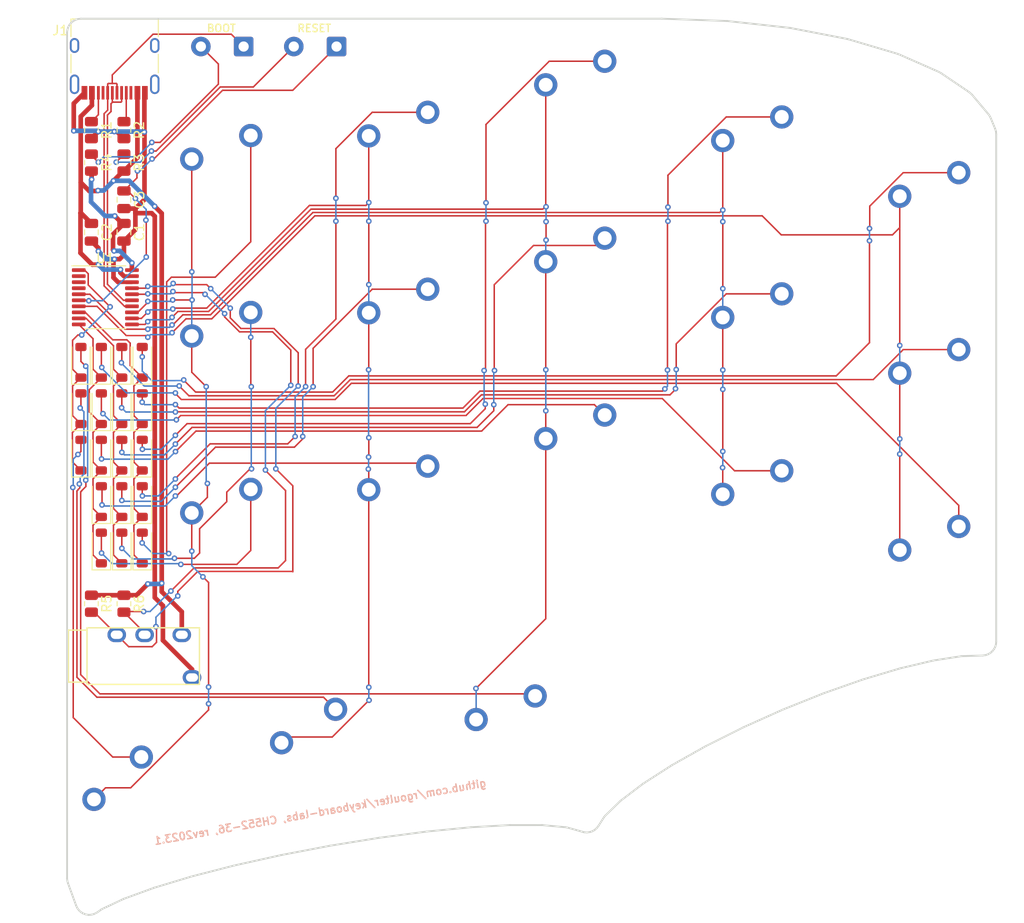
<source format=kicad_pcb>
(kicad_pcb (version 20221018) (generator pcbnew)
  (title_block (title "CH552-36") (date "2023-12-16") (rev "2023.1") (company "rgoulter/keyboard-labs") (comment 2 "SMT components") (comment 3 "Smaller than 100mm x 100mm") (comment 4 "Switch footprints for MX switches"))
  (layers (0 "F.Cu" signal) (31 "B.Cu" signal) (34 "B.Paste" user) (35 "F.Paste" user) (36 "B.SilkS" user "B.Silkscreen") (37 "F.SilkS" user "F.Silkscreen") (38 "B.Mask" user) (39 "F.Mask" user) (44 "Edge.Cuts" user))
  (net 0 "")
  (net 1 "/3V3")
  (net 2 "Net-(D_1_1-A)")
  (net 3 "/DOWNLOAD")
  (net 4 "/DM")
  (net 5 "Net-(D_1_2-A)")
  (net 6 "Net-(D_1_3-A)")
  (net 7 "Net-(D_1_4-A)")
  (net 8 "Net-(SW1-B)")
  (net 9 "Net-(SW2-B)")
  (net 10 "/ROW1")
  (net 11 "/ROW2")
  (net 12 "/ROW3")
  (net 13 "/ROW4")
  (net 14 "Net-(D_1_5-A)")
  (net 15 "Net-(D_2_1-A)")
  (net 16 "Net-(D_2_2-A)")
  (net 17 "Net-(D_2_3-A)")
  (net 18 "/COL1")
  (net 19 "/COL2")
  (net 20 "/COL3")
  (net 21 "/COL4")
  (net 22 "/COL5")
  (net 23 "Net-(D_2_4-A)")
  (net 24 "Net-(D_2_5-A)")
  (net 25 "Net-(D_3_1-A)")
  (net 26 "Net-(D_3_2-A)")
  (net 27 "Net-(D_3_3-A)")
  (net 28 "Net-(D_3_4-A)")
  (net 29 "Net-(D_3_5-A)")
  (net 30 "Net-(D_4_3-A)")
  (net 31 "Net-(D_4_4-A)")
  (net 32 "Net-(D_4_5-A)")
  (net 33 "Net-(J1-CC1)")
  (net 35 "Net-(J1-CC2)")
  (net 36 "/GND")
  (net 38 "/LHS_RX_RHS_TX")
  (net 39 "/5V")
  (net 40 "/RESET")
  (net 42 "/LHS_TX_RHS_RX")
  (footprint "Connector_USB:USB_C_Receptacle_HRO_TYPE-C-31-M-12" (layer "F.Cu") (at 103.835904 53.937 180)
    (fp_text reference "J1")
    (fp_text value "USB Type-C Receptacle 12-pin")
  )
  (footprint "Resistor_SMD:R_0805_2012Metric" (layer "F.Cu") (at 104.835904 62 -90)
    (fp_text reference "R2")
    (fp_text value "5.1k")
  )
  (footprint "Resistor_SMD:R_0805_2012Metric" (layer "F.Cu") (at 101.335904 62 -90)
    (fp_text reference "R1")
    (fp_text value "5.1k")
  )
  (footprint "MountingHole:MountingHole_2.2mm_M2_DIN965" (layer "F.Cu") (at 182.618704 100.2378)
    (fp_text reference "H2" hide)
    (fp_text value "MountingHole")
  )
  (footprint "MountingHole:MountingHole_2.2mm_M2_DIN965" (layer "F.Cu") (at 125.468704 74.6878)
    (fp_text reference "H3" hide)
    (fp_text value "MountingHole")
  )
  (footprint "MountingHole:MountingHole_2.2mm_M2_DIN965" (layer "F.Cu") (at 125.468704 96.2378)
    (fp_text reference "H4" hide)
    (fp_text value "MountingHole")
  )
  (footprint "MountingHole:MountingHole_2.2mm_M2_DIN965" (layer "F.Cu") (at 116.0264 132.483531)
    (fp_text reference "H5" hide)
    (fp_text value "MountingHole")
  )
  (footprint "MountingHole:MountingHole_2.2mm_M2_DIN965" (layer "F.Cu") (at 182.618704 75.1878)
    (fp_text reference "H1" hide)
    (fp_text value "MountingHole")
  )
  (footprint "Diode_SMD:D_SOD-123" (layer "F.Cu") (at 100.207704 87 90)
    (fp_text reference "D_4_3" hide)
    (fp_text value "1N4148")
  )
  (footprint "ProjectLocal:SW_Cherry_MX_PCB_1.00u_BSilkRef" (layer "F.Cu") (at 115.943704 67.6628)
    (fp_text reference "SW_1_5" hide)
    (fp_text value "MX-compatible")
  )
  (footprint "Diode_SMD:D_SOD-123" (layer "F.Cu") (at 102.407704 87 90)
    (fp_text reference "D_3_1" hide)
    (fp_text value "1N4148")
  )
  (footprint "ProjectLocal:SW_Cherry_MX_PCB_1.00u_BSilkRef" (layer "F.Cu") (at 134.993704 65.1628)
    (fp_text reference "SW_1_4" hide)
    (fp_text value "MX-compatible")
  )
  (footprint "Capacitor_SMD:C_0805_2012Metric" (layer "F.Cu") (at 104.835904 73 -90)
    (fp_text reference "C1")
    (fp_text value "100n")
  )
  (footprint "ProjectLocal:SW_Cherry_MX_PCB_1.00u_BSilkRef" (layer "F.Cu") (at 115.943704 86.7128)
    (fp_text reference "SW_2_5" hide)
    (fp_text value "MX-compatible")
  )
  (footprint "Diode_SMD:D_SOD-123" (layer "F.Cu") (at 104.607704 97 90)
    (fp_text reference "D_2_3" hide)
    (fp_text value "1N4148")
  )
  (footprint "ProjectLocal:SW_Cherry_MX_PCB_1.00u_BSilkRef" (layer "F.Cu") (at 154.043704 78.7128)
    (fp_text reference "SW_2_3" hide)
    (fp_text value "MX-compatible")
  )
  (footprint "Resistor_SMD:R_0805_2012Metric" (layer "F.Cu") (at 101.335904 65.5 -90)
    (fp_text reference "R4")
    (fp_text value "10K")
  )
  (footprint "Resistor_SMD:R_0805_2012Metric" (layer "F.Cu") (at 101.335904 113 -90)
    (fp_text reference "R5")
    (fp_text value "2.2k - 10k")
  )
  (footprint "ProjectLocal:SW_Cherry_MX_PCB_1.00u_BSilkRef" (layer "F.Cu") (at 173.093704 65.6628)
    (fp_text reference "SW_1_2" hide)
    (fp_text value "MX-compatible")
  )
  (footprint "ProjectLocal:SW_Cherry_MX_PCB_1.00u_BSilkRef" (layer "F.Cu") (at 192.143704 109.7628)
    (fp_text reference "SW_3_1" hide)
    (fp_text value "MX-compatible")
  )
  (footprint "Diode_SMD:D_SOD-123" (layer "F.Cu") (at 106.807704 107 90)
    (fp_text reference "D_1_5" hide)
    (fp_text value "1N4148")
  )
  (footprint "Diode_SMD:D_SOD-123" (layer "F.Cu") (at 102.407704 102 90)
    (fp_text reference "D_3_4" hide)
    (fp_text value "1N4148")
  )
  (footprint "ProjectLocal:SW_Cherry_MX_PCB_1.00u_BSilkRef" (layer "F.Cu") (at 134.993704 84.2128)
    (fp_text reference "SW_2_4" hide)
    (fp_text value "MX-compatible")
  )
  (footprint "Connector_Wire:SolderWire-0.5sqmm_1x02_P4.6mm_D0.9mm_OD2.1mm" (layer "F.Cu") (at 117.717704 53 180)
    (fp_text reference "SW2" hide)
    (fp_text value "SW_SPST")
  )
  (footprint "Diode_SMD:D_SOD-123" (layer "F.Cu") (at 104.607704 87 90)
    (fp_text reference "D_2_1" hide)
    (fp_text value "1N4148")
  )
  (footprint "Diode_SMD:D_SOD-123" (layer "F.Cu") (at 106.807704 97 90)
    (fp_text reference "D_1_3" hide)
    (fp_text value "1N4148")
  )
  (footprint "Package_SO:TSSOP-20_4.4x6.5mm_P0.65mm" (layer "F.Cu") (at 102.835904 80)
    (fp_text reference "U1")
    (fp_text value "CH552T")
  )
  (footprint "ProjectLocal:SW_Cherry_MX_PCB_1.00u_BSilkRef" (layer "F.Cu") (at 154.043704 59.6628)
    (fp_text reference "SW_1_3" hide)
    (fp_text value "MX-compatible")
  )
  (footprint "ProjectLocal:SW_Cherry_MX_PCB_1.00u_BSilkRef" (layer "F.Cu") (at 173.093704 84.7128)
    (fp_text reference "SW_2_2" hide)
    (fp_text value "MX-compatible")
  )
  (footprint "ProjectLocal:SW_Cherry_MX_PCB_1.00u_BSilkRef" (layer "F.Cu") (at 192.143704 90.7128)
    (fp_text reference "SW_2_1" hide)
    (fp_text value "MX-compatible")
  )
  (footprint "Diode_SMD:D_SOD-123" (layer "F.Cu") (at 102.407704 97 90)
    (fp_text reference "D_3_3" hide)
    (fp_text value "1N4148")
  )
  (footprint "ProjectLocal:SW_Cherry_MX_PCB_1.00u_BSilkRef" (layer "F.Cu") (at 106.059096 135.154262 20)
    (fp_text reference "SW_4_5" hide)
    (fp_text value "MX-compatible")
  )
  (footprint "Diode_SMD:D_SOD-123" (layer "F.Cu") (at 104.607704 102 90)
    (fp_text reference "D_2_4" hide)
    (fp_text value "1N4148")
  )
  (footprint "Diode_SMD:D_SOD-123" (layer "F.Cu") (at 106.807704 92 90)
    (fp_text reference "D_1_2" hide)
    (fp_text value "1N4148")
  )
  (footprint "ProjectLocal:SW_Cherry_MX_PCB_1.00u_BSilkRef" (layer "F.Cu") (at 173.093704 103.7628)
    (fp_text reference "SW_3_2" hide)
    (fp_text value "MX-compatible")
  )
  (footprint "Diode_SMD:D_SOD-123" (layer "F.Cu") (at 100.207704 92 90)
    (fp_text reference "D_4_4" hide)
    (fp_text value "1N4148")
  )
  (footprint "ProjectLocal:SW_Cherry_MX_PCB_1.00u_BSilkRef" (layer "F.Cu") (at 154.043704 97.7628)
    (fp_text reference "SW_3_3" hide)
    (fp_text value "MX-compatible")
  )
  (footprint "ProjectLocal:SW_Cherry_MX_PCB_1.00u_BSilkRef" (layer "F.Cu") (at 134.993704 103.2628)
    (fp_text reference "SW_3_4" hide)
    (fp_text value "MX-compatible")
  )
  (footprint "ProjectLocal:SW_Cherry_MX_PCB_1.00u_BSilkRef" (layer "F.Cu") (at 125.993704 129.8128 10)
    (fp_text reference "SW_4_4" hide)
    (fp_text value "MX-compatible")
  )
  (footprint "Capacitor_SMD:C_0805_2012Metric" (layer "F.Cu") (at 104.835904 69.5 -90)
    (fp_text reference "C3")
    (fp_text value "100n")
  )
  (footprint "Resistor_SMD:R_0805_2012Metric" (layer "F.Cu") (at 104.835904 65.5 -90)
    (fp_text reference "R3")
    (fp_text value "330R")
  )
  (footprint "Diode_SMD:D_SOD-123" (layer "F.Cu") (at 104.607704 107 90)
    (fp_text reference "D_2_5" hide)
    (fp_text value "1N4148")
  )
  (footprint "Diode_SMD:D_SOD-123" (layer "F.Cu") (at 102.407704 107 90)
    (fp_text reference "D_3_5" hide)
    (fp_text value "1N4148")
  )
  (footprint "Capacitor_SMD:C_0805_2012Metric" (layer "F.Cu") (at 101.335904 73 -90)
    (fp_text reference "C2")
    (fp_text value "100n")
  )
  (footprint "Diode_SMD:D_SOD-123" (layer "F.Cu") (at 102.407704 92 90)
    (fp_text reference "D_3_2" hide)
    (fp_text value "1N4148")
  )
  (footprint "ProjectLocal:SW_Cherry_MX_PCB_1.00u_BSilkRef" (layer "F.Cu") (at 115.943704 105.7628)
    (fp_text reference "SW_3_5" hide)
    (fp_text value "MX-compatible")
  )
  (footprint "Resistor_SMD:R_0805_2012Metric" (layer "F.Cu") (at 104.835904 113 -90)
    (fp_text reference "R6")
    (fp_text value "2.2k - 10k")
  )
  (footprint "Connector_Wire:SolderWire-0.5sqmm_1x02_P4.6mm_D0.9mm_OD2.1mm" (layer "F.Cu") (at 127.717704 53 180)
    (fp_text reference "SW1" hide)
    (fp_text value "SW_SPST")
  )
  (footprint "Diode_SMD:D_SOD-123" (layer "F.Cu") (at 104.607704 92 90)
    (fp_text reference "D_2_2" hide)
    (fp_text value "1N4148")
  )
  (footprint "ProjectLocal:SW_Cherry_MX_PCB_1.00u_BSilkRef" (layer "F.Cu") (at 146.552996 128.014094)
    (fp_text reference "SW_4_3" hide)
    (fp_text value "MX-compatible")
  )
  (footprint "Diode_SMD:D_SOD-123" (layer "F.Cu") (at 106.807704 87 90)
    (fp_text reference "D_1_1" hide)
    (fp_text value "1N4148")
  )
  (footprint "Diode_SMD:D_SOD-123" (layer "F.Cu") (at 106.807704 102 90)
    (fp_text reference "D_1_4" hide)
    (fp_text value "1N4148")
  )
  (footprint "Diode_SMD:D_SOD-123" (layer "F.Cu") (at 100.207704 97 90)
    (fp_text reference "D_4_5" hide)
    (fp_text value "1N4148")
  )
  (footprint "ProjectLocal:SW_Cherry_MX_PCB_1.00u_BSilkRef" (layer "F.Cu") (at 192.143704 71.6628)
    (fp_text reference "SW_1_1" hide)
    (fp_text value "MX-compatible")
  )
  (footprint "Keebio-Parts:TRRS-PJ-320A" (layer "F.Cu") (at 100.862304 118.6434 90)
    (fp_text reference "J2")
    (fp_text value "PJ-320A")
  )
  (gr_line (start 121.741704 140.0706) (end 121.764404 140.0659) (stroke (width 0.2)) (layer "Edge.Cuts"))
  (gr_line (start 192.527004 55.72318) (end 188.260404 53.84581) (stroke (width 0.2)) (layer "Edge.Cuts"))
  (gr_line (start 104.845704 144.7704) (end 108.056704 143.5984) (stroke (width 0.2)) (layer "Edge.Cuts"))
  (gr_line (start 142.170304 137.0732) (end 142.202204 137.0707) (stroke (width 0.2)) (layer "Edge.Cuts"))
  (gr_line (start 100.749304 146.4657) (end 101.040404 146.5072) (stroke (width 0.2)) (layer "Edge.Cuts"))
  (gr_line (start 98.970504 50.666641) (end 98.831904 50.92598) (stroke (width 0.2)) (layer "Edge.Cuts"))
  (gr_line (start 154.088404 137.534) (end 154.371604 137.6132) (stroke (width 0.2)) (layer "Edge.Cuts"))
  (gr_line (start 194.955464 118.6529) (end 195.047564 118.6445) (stroke (width 0.2)) (layer "Edge.Cuts"))
  (gr_line (start 98.717704 51.5) (end 98.717704 142.5686) (stroke (width 0.2)) (layer "Edge.Cuts"))
  (gr_line (start 162.744304 50.000946) (end 162.691004 50) (stroke (width 0.2)) (layer "Edge.Cuts"))
  (gr_line (start 167.442404 128.3455) (end 167.475104 128.3281) (stroke (width 0.2)) (layer "Edge.Cuts"))
  (gr_line (start 99.643704 50.114182) (end 99.384304 50.252792) (stroke (width 0.2)) (layer "Edge.Cuts"))
  (gr_line (start 188.388704 119.9581) (end 191.928714 119.1215) (stroke (width 0.2)) (layer "Edge.Cuts"))
  (gr_line (start 169.795904 50.255814) (end 169.685904 50.247833) (stroke (width 0.2)) (layer "Edge.Cuts"))
  (gr_line (start 101.979304 146.228) (end 102.376004 145.9439) (stroke (width 0.2)) (layer "Edge.Cuts"))
  (gr_line (start 176.554404 51.00116) (end 176.433504 50.982895) (stroke (width 0.2)) (layer "Edge.Cuts"))
  (gr_line (start 156.513204 135.9752) (end 156.621404 135.8421) (stroke (width 0.2)) (layer "Edge.Cuts"))
  (gr_line (start 171.477104 126.3227) (end 171.506304 126.3088) (stroke (width 0.2)) (layer "Edge.Cuts"))
  (gr_line (start 127.033604 139.0591) (end 132.308904 138.2066) (stroke (width 0.2)) (layer "Edge.Cuts"))
  (gr_line (start 171.506304 126.3088) (end 175.749904 124.4038) (stroke (width 0.2)) (layer "Edge.Cuts"))
  (gr_line (start 149.883504 136.844) (end 152.404804 137.0745) (stroke (width 0.2)) (layer "Edge.Cuts"))
  (gr_line (start 160.691304 132.3943) (end 160.739604 132.3605) (stroke (width 0.2)) (layer "Edge.Cuts"))
  (gr_line (start 197.83274 118.4473) (end 198.087821 118.301) (stroke (width 0.2)) (layer "Edge.Cuts"))
  (gr_line (start 137.427404 137.5348) (end 137.452704 137.5319) (stroke (width 0.2)) (layer "Edge.Cuts"))
  (gr_line (start 162.691004 50) (end 100.217704 50) (stroke (width 0.2)) (layer "Edge.Cuts"))
  (gr_line (start 155.896604 136.9423) (end 156.513204 135.9752) (stroke (width 0.2)) (layer "Edge.Cuts"))
  (gr_line (start 198.696937 117.3279) (end 198.717704 117.0791) (stroke (width 0.2)) (layer "Edge.Cuts"))
  (gr_line (start 163.839104 130.3721) (end 167.442404 128.3455) (stroke (width 0.2)) (layer "Edge.Cuts"))
  (gr_line (start 198.68888 62.1429) (end 198.604011 61.8627) (stroke (width 0.2)) (layer "Edge.Cuts"))
  (gr_line (start 180.126504 122.6512) (end 184.350204 121.1651) (stroke (width 0.2)) (layer "Edge.Cuts"))
  (gr_line (start 102.492704 145.8754) (end 104.783004 144.7965) (stroke (width 0.2)) (layer "Edge.Cuts"))
  (gr_line (start 198.11457 60.6782) (end 197.976173 60.4188) (stroke (width 0.2)) (layer "Edge.Cuts"))
  (gr_line (start 158.300204 134.2122) (end 160.691304 132.3943) (stroke (width 0.2)) (layer "Edge.Cuts"))
  (gr_line (start 155.715504 137.173) (end 155.896604 136.9423) (stroke (width 0.2)) (layer "Edge.Cuts"))
  (gr_line (start 195.047564 118.6445) (end 197.262364 118.5785) (stroke (width 0.2)) (layer "Edge.Cuts"))
  (gr_line (start 116.699704 141.1912) (end 116.724504 141.1853) (stroke (width 0.2)) (layer "Edge.Cuts"))
  (gr_line (start 197.976173 60.4188) (end 197.876807 60.2862) (stroke (width 0.2)) (layer "Edge.Cuts"))
  (gr_line (start 155.236204 137.5088) (end 155.492404 137.3645) (stroke (width 0.2)) (layer "Edge.Cuts"))
  (gr_line (start 116.724504 141.1853) (end 121.741704 140.0706) (stroke (width 0.2)) (layer "Edge.Cuts"))
  (gr_line (start 154.073104 137.5281) (end 154.088404 137.534) (stroke (width 0.2)) (layer "Edge.Cuts"))
  (gr_line (start 112.109104 142.3738) (end 116.699704 141.1912) (stroke (width 0.2)) (layer "Edge.Cuts"))
  (gr_line (start 198.717704 117.0791) (end 198.717704 62.4355) (stroke (width 0.2)) (layer "Edge.Cuts"))
  (gr_line (start 108.096704 143.5851) (end 112.079404 142.3821) (stroke (width 0.2)) (layer "Edge.Cuts"))
  (gr_line (start 154.956704 137.6003) (end 155.236204 137.5088) (stroke (width 0.2)) (layer "Edge.Cuts"))
  (gr_line (start 137.452704 137.5319) (end 142.170304 137.0732) (stroke (width 0.2)) (layer "Edge.Cuts"))
  (gr_line (start 195.803504 57.90762) (end 192.762594 55.85321) (stroke (width 0.2)) (layer "Edge.Cuts"))
  (gr_line (start 99.999904 146.022) (end 100.218804 146.2183) (stroke (width 0.2)) (layer "Edge.Cuts"))
  (gr_line (start 146.355104 136.8391) (end 146.397904 136.8379) (stroke (width 0.2)) (layer "Edge.Cuts"))
  (gr_line (start 198.620002 117.6117) (end 198.696937 117.3279) (stroke (width 0.2)) (layer "Edge.Cuts"))
  (gr_line (start 98.746504 51.20737) (end 98.717704 51.5) (stroke (width 0.2)) (layer "Edge.Cuts"))
  (gr_line (start 175.778504 124.3917) (end 180.096704 122.6624) (stroke (width 0.2)) (layer "Edge.Cuts"))
  (gr_line (start 98.746504 142.8612) (end 98.808204 143.0816) (stroke (width 0.2)) (layer "Edge.Cuts"))
  (gr_line (start 99.157004 50.439346) (end 98.970504 50.666641) (stroke (width 0.2)) (layer "Edge.Cuts"))
  (gr_line (start 163.800904 130.395) (end 163.839104 130.3721) (stroke (width 0.2)) (layer "Edge.Cuts"))
  (gr_line (start 101.334004 146.4912) (end 101.618804 146.4182) (stroke (width 0.2)) (layer "Edge.Cuts"))
  (gr_line (start 142.202204 137.0707) (end 146.355104 136.8391) (stroke (width 0.2)) (layer "Edge.Cuts"))
  (gr_line (start 100.217704 50) (end 99.925104 50.028824) (stroke (width 0.2)) (layer "Edge.Cuts"))
  (gr_line (start 175.749904 124.4038) (end 175.778504 124.3917) (stroke (width 0.2)) (layer "Edge.Cuts"))
  (gr_line (start 197.262364 118.5785) (end 197.554004 118.541) (stroke (width 0.2)) (layer "Edge.Cuts"))
  (gr_line (start 121.764404 140.0659) (end 127.012704 139.0628) (stroke (width 0.2)) (layer "Edge.Cuts"))
  (gr_line (start 101.040404 146.5072) (end 101.334004 146.4912) (stroke (width 0.2)) (layer "Edge.Cuts"))
  (gr_line (start 182.646404 52.17702) (end 176.554404 51.00116) (stroke (width 0.2)) (layer "Edge.Cuts"))
  (gr_line (start 198.30947 118.1078) (end 198.489173 117.875) (stroke (width 0.2)) (layer "Edge.Cuts"))
  (gr_line (start 198.489173 117.875) (end 198.620002 117.6117) (stroke (width 0.2)) (layer "Edge.Cuts"))
  (gr_line (start 176.433504 50.982895) (end 169.795904 50.255814) (stroke (width 0.2)) (layer "Edge.Cuts"))
  (gr_line (start 167.475104 128.3281) (end 171.477104 126.3227) (stroke (width 0.2)) (layer "Edge.Cuts"))
  (gr_line (start 100.471904 146.3681) (end 100.749304 146.4657) (stroke (width 0.2)) (layer "Edge.Cuts"))
  (gr_line (start 154.664804 137.6356) (end 154.956704 137.6003) (stroke (width 0.2)) (layer "Edge.Cuts"))
  (gr_line (start 182.788304 52.21165) (end 182.646404 52.17702) (stroke (width 0.2)) (layer "Edge.Cuts"))
  (gr_line (start 99.384304 50.252792) (end 99.157004 50.439346) (stroke (width 0.2)) (layer "Edge.Cuts"))
  (gr_line (start 149.816004 136.8409) (end 149.883504 136.844) (stroke (width 0.2)) (layer "Edge.Cuts"))
  (gr_line (start 169.685904 50.247833) (end 162.744304 50.000946) (stroke (width 0.2)) (layer "Edge.Cuts"))
  (gr_line (start 146.397904 136.8379) (end 149.816004 136.8409) (stroke (width 0.2)) (layer "Edge.Cuts"))
  (gr_line (start 98.808204 143.0816) (end 99.696304 145.5217) (stroke (width 0.2)) (layer "Edge.Cuts"))
  (gr_line (start 99.823404 145.7868) (end 99.999904 146.022) (stroke (width 0.2)) (layer "Edge.Cuts"))
  (gr_line (start 155.492404 137.3645) (end 155.715504 137.173) (stroke (width 0.2)) (layer "Edge.Cuts"))
  (gr_line (start 99.696304 145.5217) (end 99.823404 145.7868) (stroke (width 0.2)) (layer "Edge.Cuts"))
  (gr_line (start 197.876807 60.2862) (end 196.112324 58.18575) (stroke (width 0.2)) (layer "Edge.Cuts"))
  (gr_line (start 160.739604 132.3605) (end 163.800904 130.395) (stroke (width 0.2)) (layer "Edge.Cuts"))
  (gr_line (start 198.717704 62.4355) (end 198.68888 62.1429) (stroke (width 0.2)) (layer "Edge.Cuts"))
  (gr_line (start 180.096704 122.6624) (end 180.126504 122.6512) (stroke (width 0.2)) (layer "Edge.Cuts"))
  (gr_line (start 152.404804 137.0745) (end 152.538104 137.099) (stroke (width 0.2)) (layer "Edge.Cuts"))
  (gr_line (start 152.538104 137.099) (end 154.073104 137.5281) (stroke (width 0.2)) (layer "Edge.Cuts"))
  (gr_line (start 191.928714 119.1215) (end 191.987234 119.11) (stroke (width 0.2)) (layer "Edge.Cuts"))
  (gr_line (start 196.112324 58.18575) (end 195.803504 57.90762) (stroke (width 0.2)) (layer "Edge.Cuts"))
  (gr_line (start 104.783004 144.7965) (end 104.845704 144.7704) (stroke (width 0.2)) (layer "Edge.Cuts"))
  (gr_line (start 98.717704 142.5686) (end 98.746504 142.8612) (stroke (width 0.2)) (layer "Edge.Cuts"))
  (gr_line (start 184.350204 121.1651) (end 184.384304 121.154) (stroke (width 0.2)) (layer "Edge.Cuts"))
  (gr_line (start 132.308904 138.2066) (end 132.331004 138.2034) (stroke (width 0.2)) (layer "Edge.Cuts"))
  (gr_line (start 188.345704 119.9696) (end 188.388704 119.9581) (stroke (width 0.2)) (layer "Edge.Cuts"))
  (gr_line (start 127.012704 139.0628) (end 127.033604 139.0591) (stroke (width 0.2)) (layer "Edge.Cuts"))
  (gr_line (start 99.925104 50.028824) (end 99.643704 50.114182) (stroke (width 0.2)) (layer "Edge.Cuts"))
  (gr_line (start 100.218804 146.2183) (end 100.471904 146.3681) (stroke (width 0.2)) (layer "Edge.Cuts"))
  (gr_line (start 112.079404 142.3821) (end 112.109104 142.3738) (stroke (width 0.2)) (layer "Edge.Cuts"))
  (gr_line (start 191.987234 119.11) (end 194.955464 118.6529) (stroke (width 0.2)) (layer "Edge.Cuts"))
  (gr_line (start 101.618804 146.4182) (end 101.979304 146.228) (stroke (width 0.2)) (layer "Edge.Cuts"))
  (gr_line (start 108.056704 143.5984) (end 108.096704 143.5851) (stroke (width 0.2)) (layer "Edge.Cuts"))
  (gr_line (start 198.087821 118.301) (end 198.30947 118.1078) (stroke (width 0.2)) (layer "Edge.Cuts"))
  (gr_line (start 192.762594 55.85321) (end 192.527004 55.72318) (stroke (width 0.2)) (layer "Edge.Cuts"))
  (gr_line (start 198.604011 61.8627) (end 198.11457 60.6782) (stroke (width 0.2)) (layer "Edge.Cuts"))
  (gr_line (start 184.384304 121.154) (end 188.345704 119.9696) (stroke (width 0.2)) (layer "Edge.Cuts"))
  (gr_line (start 132.331004 138.2034) (end 137.427404 137.5348) (stroke (width 0.2)) (layer "Edge.Cuts"))
  (gr_line (start 156.621404 135.8421) (end 158.230404 134.2723) (stroke (width 0.2)) (layer "Edge.Cuts"))
  (gr_line (start 188.260404 53.84581) (end 188.082504 53.78061) (stroke (width 0.2)) (layer "Edge.Cuts"))
  (gr_line (start 102.376004 145.9439) (end 102.492704 145.8754) (stroke (width 0.2)) (layer "Edge.Cuts"))
  (gr_line (start 154.371604 137.6132) (end 154.664804 137.6356) (stroke (width 0.2)) (layer "Edge.Cuts"))
  (gr_line (start 197.554004 118.541) (end 197.83274 118.4473) (stroke (width 0.2)) (layer "Edge.Cuts"))
  (gr_line (start 98.831904 50.92598) (end 98.746504 51.20737) (stroke (width 0.2)) (layer "Edge.Cuts"))
  (gr_line (start 188.082504 53.78061) (end 182.788304 52.21165) (stroke (width 0.2)) (layer "Edge.Cuts"))
  (gr_line (start 158.230404 134.2723) (end 158.300204 134.2122) (stroke (width 0.2)) (layer "Edge.Cuts"))
  (gr_text "github.com/rgoulter/keyboard-labs, ${TITLE}, rev${REVISION}" (at 125.946904 135.4328 10) (layer "B.SilkS") (effects (font (size 0.8 0.8) (thickness 0.16)) (justify mirror)))
  (gr_text "BOOT" (at 115.317704 51.5) (layer "F.SilkS") (effects (font (size 0.8 0.8)) (justify bottom)))
  (gr_text "RESET" (at 125.317704 51.5) (layer "F.SilkS") (effects (font (size 0.8 0.8)) (justify bottom)))
  (segment (start 103.660904 73.225) (end 104.835904 72.05) (width 0.5) (layer "F.Cu") (net 1))
  (segment (start 101.359704 67.31) (end 101.359704 66.4363) (width 0.5) (layer "F.Cu") (net 1))
  (segment (start 103.660904 74.8944) (end 103.660904 73.225) (width 0.5) (layer "F.Cu") (net 1))
  (segment (start 103.772704 75.0062) (end 103.660904 74.8944) (width 0.5) (layer "F.Cu") (net 1))
  (segment (start 105.6894 76.3016) (end 105.6894 77.065996) (width 0.5) (layer "F.Cu") (net 1))
  (segment (start 103.850643 71.248985) (end 104.651658 72.05) (width 0.5) (layer "F.Cu") (net 1))
  (segment (start 105.6894 77.065996) (end 105.698404 77.075) (width 0.5) (layer "F.Cu") (net 1))
  (via (at 103.850643 71.248985) (size 0.6) (drill 0.3) (layers "F.Cu" "B.Cu") (net 1))
  (via (at 101.359704 67.31) (size 0.6) (drill 0.3) (layers "F.Cu" "B.Cu") (net 1))
  (via (at 103.772704 75.0062) (size 0.6) (drill 0.3) (layers "F.Cu" "B.Cu") (net 1))
  (via (at 105.6894 76.3016) (size 0.6) (drill 0.3) (layers "F.Cu" "B.Cu") (net 1))
  (segment (start 103.772704 75.0062) (end 104.394 75.0062) (width 0.5) (layer "B.Cu") (net 1))
  (segment (start 101.295504 67.3742) (end 101.359704 67.31) (width 0.5) (layer "B.Cu") (net 1))
  (segment (start 101.295504 69.7353) (end 101.295504 67.3742) (width 0.5) (layer "B.Cu") (net 1))
  (segment (start 102.809189 71.248985) (end 101.295504 69.7353) (width 0.5) (layer "B.Cu") (net 1))
  (segment (start 104.394 75.0062) (end 105.6894 76.3016) (width 0.5) (layer "B.Cu") (net 1))
  (segment (start 103.850643 71.248985) (end 102.809189 71.248985) (width 0.5) (layer "B.Cu") (net 1))
  (segment (start 127.293103 90.2082) (end 129.036104 88.4652) (width 0.16) (layer "F.Cu") (net 2))
  (segment (start 111.269073 88.928769) (end 112.548504 90.2082) (width 0.16) (layer "F.Cu") (net 2))
  (segment (start 188.709957 66.5828) (end 185.103504 70.189253) (width 0.16) (layer "F.Cu") (net 2))
  (segment (start 185.078104 84.8868) (end 185.078104 73.914) (width 0.16) (layer "F.Cu") (net 2))
  (segment (start 111.269073 88.903369) (end 111.269073 88.928769) (width 0.16) (layer "F.Cu") (net 2))
  (segment (start 129.036104 88.4652) (end 181.499704 88.4652) (width 0.16) (layer "F.Cu") (net 2))
  (segment (start 181.499704 88.4652) (end 185.078104 84.8868) (width 0.16) (layer "F.Cu") (net 2))
  (segment (start 194.683704 66.5828) (end 188.709957 66.5828) (width 0.16) (layer "F.Cu") (net 2))
  (segment (start 185.103504 72.5678) (end 185.078104 72.5932) (width 0.16) (layer "F.Cu") (net 2))
  (segment (start 106.807704 86.4108) (end 106.807704 85.35) (width 0.16) (layer "F.Cu") (net 2))
  (segment (start 185.103504 70.189253) (end 185.103504 72.5678) (width 0.16) (layer "F.Cu") (net 2))
  (segment (start 112.548504 90.2082) (end 127.293103 90.2082) (width 0.16) (layer "F.Cu") (net 2))
  (via (at 111.269073 88.903369) (size 0.6) (drill 0.3) (layers "F.Cu" "B.Cu") (net 2))
  (via (at 185.078104 72.5932) (size 0.6) (drill 0.3) (layers "F.Cu" "B.Cu") (net 2))
  (via (at 185.078104 73.914) (size 0.6) (drill 0.3) (layers "F.Cu" "B.Cu") (net 2))
  (via (at 106.807704 86.4108) (size 0.6) (drill 0.3) (layers "F.Cu" "B.Cu") (net 2))
  (segment (start 185.078104 73.914) (end 185.078104 72.5932) (width 0.16) (layer "B.Cu") (net 2))
  (segment (start 106.807704 87.9472) (end 106.807704 86.4108) (width 0.16) (layer "B.Cu") (net 2))
  (segment (start 110.383362 88.968418) (end 110.37558 88.9762) (width 0.16) (layer "B.Cu") (net 2))
  (segment (start 111.269073 88.903369) (end 111.204024 88.968418) (width 0.16) (layer "B.Cu") (net 2))
  (segment (start 111.204024 88.968418) (end 110.383362 88.968418) (width 0.16) (layer "B.Cu") (net 2))
  (segment (start 110.37558 88.9762) (end 107.836704 88.9762) (width 0.16) (layer "B.Cu") (net 2))
  (segment (start 107.836704 88.9762) (end 106.807704 87.9472) (width 0.16) (layer "B.Cu") (net 2))
  (segment (start 103.085904 57.982) (end 103.085904 59.846616) (width 0.16) (layer "F.Cu") (net 3))
  (segment (start 104.085904 57.047) (end 104.015904 56.977) (width 0.16) (layer "F.Cu") (net 3))
  (segment (start 103.5812 56.058618) (end 107.969817 51.67) (width 0.16) (layer "F.Cu") (net 3))
  (segment (start 102.701504 60.231015) (end 102.701504 78.774704) (width 0.16) (layer "F.Cu") (net 3))
  (segment (start 103.085904 57.047) (end 103.085904 57.982) (width 0.16) (layer "F.Cu") (net 3))
  (segment (start 103.085904 59.846616) (end 102.701504 60.231015) (width 0.16) (layer "F.Cu") (net 3))
  (segment (start 103.155904 56.977) (end 103.085904 57.047) (width 0.16) (layer "F.Cu") (net 3))
  (segment (start 104.085904 57.982) (end 104.085904 57.047) (width 0.16) (layer "F.Cu") (net 3))
  (segment (start 116.387704 51.67) (end 107.969817 51.67) (width 0.16) (layer "F.Cu") (net 3))
  (segment (start 117.717704 53) (end 116.387704 51.67) (width 0.16) (layer "F.Cu") (net 3))
  (segment (start 103.5812 56.977) (end 103.5812 56.058618) (width 0.16) (layer "F.Cu") (net 3))
  (segment (start 104.9018 80.975) (end 105.698404 80.975) (width 0.16) (layer "F.Cu") (net 3))
  (segment (start 103.5812 56.977) (end 103.155904 56.977) (width 0.16) (layer "F.Cu") (net 3))
  (segment (start 104.015904 56.977) (end 103.5812 56.977) (width 0.16) (layer "F.Cu") (net 3))
  (segment (start 102.701504 78.774704) (end 104.9018 80.975) (width 0.16) (layer "F.Cu") (net 3))
  (segment (start 103.445904 59.995732) (end 103.445904 59.1532) (width 0.16) (layer "F.Cu") (net 4))
  (segment (start 104.585904 57.982) (end 104.585904 58.917) (width 0.16) (layer "F.Cu") (net 4))
  (segment (start 103.585904 58.917) (end 103.585904 57.982) (width 0.16) (layer "F.Cu") (net 4))
  (segment (start 105.698404 80.325) (end 104.7852 80.325) (width 0.16) (layer "F.Cu") (net 4))
  (segment (start 103.061504 78.601304) (end 103.061504 60.380132) (width 0.16) (layer "F.Cu") (net 4))
  (segment (start 104.515904 58.987) (end 103.655904 58.987) (width 0.16) (layer "F.Cu") (net 4))
  (segment (start 103.445904 59.1532) (end 103.634004 58.9651) (width 0.16) (layer "F.Cu") (net 4))
  (segment (start 103.061504 60.380132) (end 103.445904 59.995732) (width 0.16) (layer "F.Cu") (net 4))
  (segment (start 104.7852 80.325) (end 103.061504 78.601304) (width 0.16) (layer "F.Cu") (net 4))
  (segment (start 103.655904 58.987) (end 103.634004 58.9651) (width 0.16) (layer "F.Cu") (net 4))
  (segment (start 104.585904 58.917) (end 104.515904 58.987) (width 0.16) (layer "F.Cu") (net 4))
  (segment (start 103.634004 58.9651) (end 103.585904 58.917) (width 0.16) (layer "F.Cu") (net 4))
  (segment (start 110.774248 91.9354) (end 141.317703 91.9354) (width 0.16) (layer "F.Cu") (net 5))
  (segment (start 143.147003 90.1061) (end 162.815404 90.1061) (width 0.16) (layer "F.Cu") (net 5))
  (segment (start 163.335704 71.8607) (end 163.335704 87.8332) (width 0.16) (layer "F.Cu") (net 5))
  (segment (start 106.807704 90.35) (end 106.807704 91.2853) (width 0.16) (layer "F.Cu") (net 5))
  (segment (start 162.815404 90.1061) (end 163.056304 89.8652) (width 0.16) (layer "F.Cu") (net 5))
  (segment (start 141.317703 91.9354) (end 143.147003 90.1061) (width 0.16) (layer "F.Cu") (net 5))
  (segment (start 110.393745 91.554897) (end 110.774248 91.9354) (width 0.16) (layer "F.Cu") (net 5))
  (segment (start 169.659957 60.5828) (end 163.386504 66.856253) (width 0.16) (layer "F.Cu") (net 5))
  (segment (start 110.373004 91.554897) (end 110.393745 91.554897) (width 0.16) (layer "F.Cu") (net 5))
  (segment (start 175.633704 60.5828) (end 169.659957 60.5828) (width 0.16) (layer "F.Cu") (net 5))
  (segment (start 163.386504 71.8099) (end 163.335704 71.8607) (width 0.16) (layer "F.Cu") (net 5))
  (segment (start 163.386504 66.856253) (end 163.386504 70.2909) (width 0.16) (layer "F.Cu") (net 5))
  (segment (start 106.807704 91.2853) (end 106.795304 91.2977) (width 0.16) (layer "F.Cu") (net 5))
  (via (at 163.386504 70.2909) (size 0.6) (drill 0.3) (layers "F.Cu" "B.Cu") (net 5))
  (via (at 163.335704 87.8332) (size 0.6) (drill 0.3) (layers "F.Cu" "B.Cu") (net 5))
  (via (at 110.373004 91.554897) (size 0.6) (drill 0.3) (layers "F.Cu" "B.Cu") (net 5))
  (via (at 106.795304 91.2977) (size 0.6) (drill 0.3) (layers "F.Cu" "B.Cu") (net 5))
  (via (at 163.056304 89.8652) (size 0.6) (drill 0.3) (layers "F.Cu" "B.Cu") (net 5))
  (via (at 163.386504 71.8099) (size 0.6) (drill 0.3) (layers "F.Cu" "B.Cu") (net 5))
  (segment (start 110.373004 91.554897) (end 110.360901 91.567) (width 0.16) (layer "B.Cu") (net 5))
  (segment (start 163.335704 87.8332) (end 163.335704 89.5858) (width 0.16) (layer "B.Cu") (net 5))
  (segment (start 163.335704 89.5858) (end 163.056304 89.8652) (width 0.16) (layer "B.Cu") (net 5))
  (segment (start 110.360901 91.567) (end 107.064604 91.567) (width 0.16) (layer "B.Cu") (net 5))
  (segment (start 163.386504 70.2909) (end 163.386504 71.8099) (width 0.16) (layer "B.Cu") (net 5))
  (segment (start 107.064604 91.567) (end 106.795304 91.2977) (width 0.16) (layer "B.Cu") (net 5))
  (segment (start 143.752304 87.7333) (end 143.599904 87.8857) (width 0.16) (layer "F.Cu") (net 6))
  (segment (start 143.726904 91.9988) (end 143.726904 91.5061) (width 0.16) (layer "F.Cu") (net 6))
  (segment (start 143.803104 61.389653) (end 143.803104 69.8246) (width 0.16) (layer "F.Cu") (net 6))
  (segment (start 106.807704 96.3546) (end 106.820704 96.3676) (width 0.16) (layer "F.Cu") (net 6))
  (segment (start 143.752304 71.8607) (end 143.752304 87.7333) (width 0.16) (layer "F.Cu") (net 6))
  (segment (start 150.609957 54.5828) (end 143.803104 61.389653) (width 0.16) (layer "F.Cu") (net 6))
  (segment (start 143.803104 71.8099) (end 143.752304 71.8607) (width 0.16) (layer "F.Cu") (net 6))
  (segment (start 156.583704 54.5828) (end 150.609957 54.5828) (width 0.16) (layer "F.Cu") (net 6))
  (segment (start 110.373004 94.869) (end 111.630204 93.6118) (width 0.16) (layer "F.Cu") (net 6))
  (segment (start 106.807704 95.35) (end 106.807704 96.3546) (width 0.16) (layer "F.Cu") (net 6))
  (segment (start 142.113904 93.6118) (end 143.726904 91.9988) (width 0.16) (layer "F.Cu") (net 6))
  (segment (start 111.630204 93.6118) (end 142.113904 93.6118) (width 0.16) (layer "F.Cu") (net 6))
  (via (at 143.803104 71.8099) (size 0.6) (drill 0.3) (layers "F.Cu" "B.Cu") (net 6))
  (via (at 143.726904 91.5061) (size 0.6) (drill 0.3) (layers "F.Cu" "B.Cu") (net 6))
  (via (at 106.820704 96.3676) (size 0.6) (drill 0.3) (layers "F.Cu" "B.Cu") (net 6))
  (via (at 110.373004 94.869) (size 0.6) (drill 0.3) (layers "F.Cu" "B.Cu") (net 6))
  (via (at 143.803104 69.8246) (size 0.6) (drill 0.3) (layers "F.Cu" "B.Cu") (net 6))
  (via (at 143.599904 87.8857) (size 0.6) (drill 0.3) (layers "F.Cu" "B.Cu") (net 6))
  (segment (start 143.599904 87.8857) (end 143.599904 91.3791) (width 0.16) (layer "B.Cu") (net 6))
  (segment (start 110.373004 94.869) (end 108.874404 96.3676) (width 0.16) (layer "B.Cu") (net 6))
  (segment (start 108.874404 96.3676) (end 106.820704 96.3676) (width 0.16) (layer "B.Cu") (net 6))
  (segment (start 143.599904 91.3791) (end 143.726904 91.5061) (width 0.16) (layer "B.Cu") (net 6))
  (segment (start 143.803104 69.8246) (end 143.803104 71.8099) (width 0.16) (layer "B.Cu") (net 6))
  (segment (start 131.559957 60.0828) (end 127.648704 63.994053) (width 0.16) (layer "F.Cu") (net 7))
  (segment (start 124.387079 85.608425) (end 127.648704 82.3468) (width 0.16) (layer "F.Cu") (net 7))
  (segment (start 106.807704 101.3789) (end 106.807704 100.35) (width 0.16) (layer "F.Cu") (net 7))
  (segment (start 106.820704 101.3919) (end 106.807704 101.3789) (width 0.16) (layer "F.Cu") (net 7))
  (segment (start 114.110504 95.7834) (end 110.373004 99.5209) (width 0.16) (layer "F.Cu") (net 7))
  (segment (start 110.373004 99.5209) (end 110.373004 99.568) (width 0.16) (layer "F.Cu") (net 7))
  (segment (start 123.260088 94.9913) (end 122.467988 95.7834) (width 0.16) (layer "F.Cu") (net 7))
  (segment (start 137.533704 60.0828) (end 131.559957 60.0828) (width 0.16) (layer "F.Cu") (net 7))
  (segment (start 127.648704 63.994053) (end 127.648704 69.342) (width 0.16) (layer "F.Cu") (net 7))
  (segment (start 122.467988 95.7834) (end 114.110504 95.7834) (width 0.16) (layer "F.Cu") (net 7))
  (segment (start 124.387079 89.618682) (end 124.387079 85.608425) (width 0.16) (layer "F.Cu") (net 7))
  (segment (start 127.648704 82.3468) (end 127.648704 71.8099) (width 0.16) (layer "F.Cu") (net 7))
  (via (at 110.373004 99.568) (size 0.6) (drill 0.3) (layers "F.Cu" "B.Cu") (net 7))
  (via (at 124.387079 89.618682) (size 0.6) (drill 0.3) (layers "F.Cu" "B.Cu") (net 7))
  (via (at 106.820704 101.3919) (size 0.6) (drill 0.3) (layers "F.Cu" "B.Cu") (net 7))
  (via (at 127.648704 71.8099) (size 0.6) (drill 0.3) (layers "F.Cu" "B.Cu") (net 7))
  (via (at 123.260088 94.9913) (size 0.6) (drill 0.3) (layers "F.Cu" "B.Cu") (net 7))
  (via (at 127.648704 69.342) (size 0.6) (drill 0.3) (layers "F.Cu" "B.Cu") (net 7))
  (segment (start 123.260088 90.745673) (end 124.387079 89.618682) (width 0.16) (layer "B.Cu") (net 7))
  (segment (start 108.549104 101.3919) (end 106.820704 101.3919) (width 0.16) (layer "B.Cu") (net 7))
  (segment (start 123.260088 94.9913) (end 123.260088 90.745673) (width 0.16) (layer "B.Cu") (net 7))
  (segment (start 110.373004 99.568) (end 108.549104 101.3919) (width 0.16) (layer "B.Cu") (net 7))
  (segment (start 127.648704 71.8099) (end 127.648704 69.342) (width 0.16) (layer "B.Cu") (net 7))
  (segment (start 107.797904 64.252669) (end 108.303235 64.252669) (width 0.16) (layer "F.Cu") (net 8))
  (segment (start 118.764504 57.3532) (end 123.117704 53) (width 0.16) (layer "F.Cu") (net 8))
  (segment (start 108.303235 64.252669) (end 115.202704 57.3532) (width 0.16) (layer "F.Cu") (net 8))
  (segment (start 115.202704 57.3532) (end 118.764504 57.3532) (width 0.16) (layer "F.Cu") (net 8))
  (segment (start 104.835904 64.6212) (end 104.001304 65.4558) (width 0.16) (layer "F.Cu") (net 8))
  (via (at 104.001304 65.4558) (size 0.6) (drill 0.3) (layers "F.Cu" "B.Cu") (net 8))
  (via (at 107.797904 64.252669) (size 0.6) (drill 0.3) (layers "F.Cu" "B.Cu") (net 8))
  (segment (start 106.594773 65.4558) (end 104.001304 65.4558) (width 0.16) (layer "B.Cu") (net 8))
  (segment (start 107.797904 64.252669) (end 106.594773 65.4558) (width 0.16) (layer "B.Cu") (net 8))
  (segment (start 107.836704 63.3222) (end 108.724588 63.3222) (width 0.16) (layer "F.Cu") (net 9))
  (segment (start 114.999504 54.8818) (end 113.117704 53) (width 0.16) (layer "F.Cu") (net 9))
  (segment (start 108.724588 63.3222) (end 114.999504 57.047284) (width 0.16) (layer "F.Cu") (net 9))
  (segment (start 114.999504 57.047284) (end 114.999504 54.8818) (width 0.16) (layer "F.Cu") (net 9))
  (segment (start 101.335904 64.718806) (end 102.076027 65.458929) (width 0.16) (layer "F.Cu") (net 9))
  (via (at 102.076027 65.458929) (size 0.6) (drill 0.3) (layers "F.Cu" "B.Cu") (net 9))
  (via (at 107.836704 63.3222) (size 0.6) (drill 0.3) (layers "F.Cu" "B.Cu") (net 9))
  (segment (start 107.836704 63.3222) (end 106.283104 64.8758) (width 0.16) (layer "B.Cu") (net 9))
  (segment (start 102.659156 64.8758) (end 102.076027 65.458929) (width 0.16) (layer "B.Cu") (net 9))
  (segment (start 106.283104 64.8758) (end 102.659156 64.8758) (width 0.16) (layer "B.Cu") (net 9))
  (segment (start 105.907704 97.75) (end 105.907704 94.55) (width 0.16) (layer "F.Cu") (net 10))
  (segment (start 105.907704 89.55) (end 106.807704 88.65) (width 0.16) (layer "F.Cu") (net 10))
  (segment (start 105.907704 102.75) (end 105.907704 99.55) (width 0.16) (layer "F.Cu") (net 10))
  (segment (start 105.907704 94.55) (end 106.807704 93.65) (width 0.16) (layer "F.Cu") (net 10))
  (segment (start 106.807704 88.65) (end 105.507704 87.35) (width 0.16) (layer "F.Cu") (net 10))
  (segment (start 106.807704 93.65) (end 105.907704 92.75) (width 0.16) (layer "F.Cu") (net 10))
  (segment (start 106.807704 103.65) (end 105.907704 102.75) (width 0.16) (layer "F.Cu") (net 10))
  (segment (start 105.907704 92.75) (end 105.907704 89.55) (width 0.16) (layer "F.Cu") (net 10))
  (segment (start 105.907704 104.55) (end 106.807704 103.65) (width 0.16) (layer "F.Cu") (net 10))
  (segment (start 106.807704 98.65) (end 105.907704 97.75) (width 0.16) (layer "F.Cu") (net 10))
  (segment (start 100.675 81.625) (end 99.973404 81.625) (width 0.16) (layer "F.Cu") (net 10))
  (segment (start 106.807704 108.65) (end 105.907704 107.75) (width 0.16) (layer "F.Cu") (net 10))
  (segment (start 105.907704 99.55) (end 106.807704 98.65) (width 0.16) (layer "F.Cu") (net 10))
  (segment (start 103.632 84.582) (end 100.675 81.625) (width 0.16) (layer "F.Cu") (net 10))
  (segment (start 105.907704 107.75) (end 105.907704 104.55) (width 0.16) (layer "F.Cu") (net 10))
  (segment (start 105.507704 84.935822) (end 105.153882 84.582) (width 0.16) (layer "F.Cu") (net 10))
  (segment (start 105.507704 87.35) (end 105.507704 84.935822) (width 0.16) (layer "F.Cu") (net 10))
  (segment (start 105.153882 84.582) (end 103.632 84.582) (width 0.16) (layer "F.Cu") (net 10))
  (segment (start 100.7662 82.275) (end 103.707704 85.216504) (width 0.16) (layer "F.Cu") (net 11))
  (segment (start 104.607704 103.65) (end 103.707704 102.75) (width 0.16) (layer "F.Cu") (net 11))
  (segment (start 104.607704 108.65) (end 103.707704 107.75) (width 0.16) (layer "F.Cu") (net 11))
  (segment (start 103.707704 85.216504) (end 103.707704 87.75) (width 0.16) (layer "F.Cu") (net 11))
  (segment (start 103.707704 87.75) (end 104.607704 88.65) (width 0.16) (layer "F.Cu") (net 11))
  (segment (start 99.973404 82.275) (end 100.7662 82.275) (width 0.16) (layer "F.Cu") (net 11))
  (segment (start 103.707704 107.75) (end 103.707704 104.55) (width 0.16) (layer "F.Cu") (net 11))
  (segment (start 103.707704 102.75) (end 103.707704 99.55) (width 0.16) (layer "F.Cu") (net 11))
  (segment (start 104.607704 98.65) (end 103.707704 97.75) (width 0.16) (layer "F.Cu") (net 11))
  (segment (start 103.707704 89.55) (end 104.607704 88.65) (width 0.16) (layer "F.Cu") (net 11))
  (segment (start 103.707704 94.55) (end 104.607704 93.65) (width 0.16) (layer "F.Cu") (net 11))
  (segment (start 103.707704 97.75) (end 103.707704 94.55) (width 0.16) (layer "F.Cu") (net 11))
  (segment (start 103.707704 104.55) (end 104.607704 103.65) (width 0.16) (layer "F.Cu") (net 11))
  (segment (start 103.707704 99.55) (end 104.607704 98.65) (width 0.16) (layer "F.Cu") (net 11))
  (segment (start 103.707704 92.75) (end 103.707704 89.55) (width 0.16) (layer "F.Cu") (net 11))
  (segment (start 104.607704 93.65) (end 103.707704 92.75) (width 0.16) (layer "F.Cu") (net 11))
  (segment (start 101.507704 87.75) (end 101.507704 84.4593) (width 0.16) (layer "F.Cu") (net 12))
  (segment (start 101.107704 92.35) (end 101.107704 89.95) (width 0.16) (layer "F.Cu") (net 12))
  (segment (start 101.507704 94.55) (end 102.407704 93.65) (width 0.16) (layer "F.Cu") (net 12))
  (segment (start 102.407704 98.65) (end 101.507704 97.75) (width 0.16) (layer "F.Cu") (net 12))
  (segment (start 101.507704 107.75) (end 101.507704 104.55) (width 0.16) (layer "F.Cu") (net 12))
  (segment (start 102.407704 108.65) (end 101.507704 107.75) (width 0.16) (layer "F.Cu") (net 12))
  (segment (start 101.507704 99.55) (end 102.407704 98.65) (width 0.16) (layer "F.Cu") (net 12))
  (segment (start 101.507704 97.75) (end 101.507704 94.55) (width 0.16) (layer "F.Cu") (net 12))
  (segment (start 102.407704 93.65) (end 101.107704 92.35) (width 0.16) (layer "F.Cu") (net 12))
  (segment (start 101.507704 84.4593) (end 99.973404 82.925) (width 0.16) (layer "F.Cu") (net 12))
  (segment (start 101.107704 89.95) (end 102.407704 88.65) (width 0.16) (layer "F.Cu") (net 12))
  (segment (start 101.507704 104.55) (end 102.407704 103.65) (width 0.16) (layer "F.Cu") (net 12))
  (segment (start 102.407704 103.65) (end 101.507704 102.75) (width 0.16) (layer "F.Cu") (net 12))
  (segment (start 101.507704 102.75) (end 101.507704 99.55) (width 0.16) (layer "F.Cu") (net 12))
  (segment (start 102.407704 88.65) (end 101.507704 87.75) (width 0.16) (layer "F.Cu") (net 12))
  (segment (start 103.348321 81.03028) (end 100.990904 78.672863) (width 0.16) (layer "F.Cu") (net 13))
  (segment (start 100.990904 77.467599) (end 100.598305 77.075) (width 0.16) (layer "F.Cu") (net 13))
  (segment (start 100.990904 78.672863) (end 100.990904 77.467599) (width 0.16) (layer "F.Cu") (net 13))
  (segment (start 100.207704 98.65) (end 99.2886 97.730896) (width 0.16) (layer "F.Cu") (net 13))
  (segment (start 100.207704 93.65) (end 99.307704 92.75) (width 0.16) (layer "F.Cu") (net 13))
  (segment (start 99.307704 87.75) (end 100.207704 88.65) (width 0.16) (layer "F.Cu") (net 13))
  (segment (start 99.2886 94.569104) (end 100.207704 93.65) (width 0.16) (layer "F.Cu") (net 13))
  (segment (start 99.878337 84.062167) (end 100.291033 84.062167) (width 0.16) (layer "F.Cu") (net 13))
  (segment (start 99.2886 97.730896) (end 99.2886 94.569104) (width 0.16) (layer "F.Cu") (net 13))
  (segment (start 99.307704 92.75) (end 99.307704 89.55) (width 0.16) (layer "F.Cu") (net 13))
  (segment (start 99.307704 89.55) (end 100.207704 88.65) (width 0.16) (layer "F.Cu") (net 13))
  (segment (start 100.598305 77.075) (end 99.973404 77.075) (width 0.16) (layer "F.Cu") (net 13))
  (segment (start 99.307704 84.6328) (end 99.307704 87.75) (width 0.16) (layer "F.Cu") (net 13))
  (segment (start 99.307704 84.6328) (end 99.878337 84.062167) (width 0.16) (layer "F.Cu") (net 13))
  (via (at 103.348321 81.03028) (size 0.6) (drill 0.3) (layers "F.Cu" "B.Cu") (net 13))
  (via (at 100.291033 84.062167) (size 0.6) (drill 0.3) (layers "F.Cu" "B.Cu") (net 13))
  (segment (start 100.316434 84.062167) (end 103.348321 81.03028) (width 0.16) (layer "B.Cu") (net 13))
  (segment (start 100.291033 84.062167) (end 100.316434 84.062167) (width 0.16) (layer "B.Cu") (net 13))
  (segment (start 114.6683 77.8383) (end 109.9439 77.8383) (width 0.16) (layer "F.Cu") (net 14))
  (segment (start 109.433504 107.3796) (end 109.653004 107.5991) (width 0.16) (layer "F.Cu") (net 14))
  (segment (start 118.483704 62.5828) (end 118.483704 74.022896) (width 0.16) (layer "F.Cu") (net 14))
  (segment (start 109.9439 77.8383) (end 109.433504 78.348696) (width 0.16) (layer "F.Cu") (net 14))
  (segment (start 106.807704 105.35) (end 106.807704 106.439) (width 0.16) (layer "F.Cu") (net 14))
  (segment (start 118.483704 74.022896) (end 114.6683 77.8383) (width 0.16) (layer "F.Cu") (net 14))
  (segment (start 106.807704 106.439) (end 106.795304 106.4514) (width 0.16) (layer "F.Cu") (net 14))
  (segment (start 109.433504 78.348696) (end 109.433504 107.3796) (width 0.16) (layer "F.Cu") (net 14))
  (via (at 106.795304 106.4514) (size 0.6) (drill 0.3) (layers "F.Cu" "B.Cu") (net 14))
  (via (at 109.653004 107.5991) (size 0.6) (drill 0.3) (layers "F.Cu" "B.Cu") (net 14))
  (segment (start 109.653004 107.5991) (end 107.943004 107.5991) (width 0.16) (layer "B.Cu") (net 14))
  (segment (start 107.943004 107.5991) (end 106.795304 106.4514) (width 0.16) (layer "B.Cu") (net 14))
  (segment (start 104.607704 86.9982) (end 104.607704 85.35) (width 0.16) (layer "F.Cu") (net 15))
  (segment (start 110.783104 89.5604) (end 110.783104 89.547918) (width 0.16) (layer "F.Cu") (net 15))
  (segment (start 129.201789 88.8652) (end 127.458789 90.6082) (width 0.16) (layer "F.Cu") (net 15))
  (segment (start 127.458789 90.6082) (end 111.830904 90.6082) (width 0.16) (layer "F.Cu") (net 15))
  (segment (start 188.709957 85.6328) (end 185.477557 88.8652) (width 0.16) (layer "F.Cu") (net 15))
  (segment (start 104.560104 87.0458) (end 104.607704 86.9982) (width 0.16) (layer "F.Cu") (net 15))
  (segment (start 185.477557 88.8652) (end 129.201789 88.8652) (width 0.16) (layer "F.Cu") (net 15))
  (segment (start 194.683704 85.6328) (end 188.709957 85.6328) (width 0.16) (layer "F.Cu") (net 15))
  (segment (start 111.830904 90.6082) (end 110.783104 89.5604) (width 0.16) (layer "F.Cu") (net 15))
  (via (at 104.560104 87.0458) (size 0.6) (drill 0.3) (layers "F.Cu" "B.Cu") (net 15))
  (via (at 110.783104 89.547918) (size 0.6) (drill 0.3) (layers "F.Cu" "B.Cu") (net 15))
  (segment (start 110.783104 89.547918) (end 110.770622 89.5604) (width 0.16) (layer "B.Cu") (net 15))
  (segment (start 104.560104 87.0966) (end 104.560104 87.0458) (width 0.16) (layer "B.Cu") (net 15))
  (segment (start 110.770622 89.5604) (end 107.023904 89.5604) (width 0.16) (layer "B.Cu") (net 15))
  (segment (start 107.023904 89.5604) (end 104.560104 87.0966) (width 0.16) (layer "B.Cu") (net 15))
  (segment (start 175.633704 79.6328) (end 169.659957 79.6328) (width 0.16) (layer "F.Cu") (net 16))
  (segment (start 164.199304 89.8447) (end 164.199304 89.916) (width 0.16) (layer "F.Cu") (net 16))
  (segment (start 163.609204 90.5061) (end 143.312689 90.5061) (width 0.16) (layer "F.Cu") (net 16))
  (segment (start 110.392004 92.3354) (end 110.373004 92.3544) (width 0.16) (layer "F.Cu") (net 16))
  (segment (start 104.607704 90.35) (end 104.607704 91.875) (width 0.16) (layer "F.Cu") (net 16))
  (segment (start 141.483389 92.3354) (end 110.392004 92.3354) (width 0.16) (layer "F.Cu") (net 16))
  (segment (start 169.659957 79.6328) (end 164.275504 85.017253) (width 0.16) (layer "F.Cu") (net 16))
  (segment (start 143.312689 90.5061) (end 141.483389 92.3354) (width 0.16) (layer "F.Cu") (net 16))
  (segment (start 164.199304 89.916) (end 163.609204 90.5061) (width 0.16) (layer "F.Cu") (net 16))
  (segment (start 164.275504 85.017253) (end 164.275504 87.7824) (width 0.16) (layer "F.Cu") (net 16))
  (segment (start 104.607704 91.875) (end 104.585504 91.8972) (width 0.16) (layer "F.Cu") (net 16))
  (via (at 164.199304 89.8447) (size 0.6) (drill 0.3) (layers "F.Cu" "B.Cu") (net 16))
  (via (at 110.373004 92.3544) (size 0.6) (drill 0.3) (layers "F.Cu" "B.Cu") (net 16))
  (via (at 164.275504 87.7824) (size 0.6) (drill 0.3) (layers "F.Cu" "B.Cu") (net 16))
  (via (at 104.585504 91.8972) (size 0.6) (drill 0.3) (layers "F.Cu" "B.Cu") (net 16))
  (segment (start 110.373004 92.3544) (end 105.042704 92.3544) (width 0.16) (layer "B.Cu") (net 16))
  (segment (start 105.042704 92.3544) (end 104.585504 91.8972) (width 0.16) (layer "B.Cu") (net 16))
  (segment (start 164.275504 89.7685) (end 164.275504 87.7824) (width 0.16) (layer "B.Cu") (net 16))
  (segment (start 164.199304 89.8447) (end 164.275504 89.7685) (width 0.16) (layer "B.Cu") (net 16))
  (segment (start 144.641304 92.2173) (end 142.846804 94.0118) (width 0.16) (layer "F.Cu") (net 17))
  (segment (start 144.692104 78.650096) (end 144.692104 87.8603) (width 0.16) (layer "F.Cu") (net 17))
  (segment (start 144.692104 87.8603) (end 144.717504 87.8857) (width 0.16) (layer "F.Cu") (net 17))
  (segment (start 148.9202 74.422) (end 144.692104 78.650096) (width 0.16) (layer "F.Cu") (net 17))
  (segment (start 104.607704 96.6946) (end 104.610904 96.6978) (width 0.16) (layer "F.Cu") (net 17))
  (segment (start 104.607704 95.35) (end 104.607704 96.6946) (width 0.16) (layer "F.Cu") (net 17))
  (segment (start 155.794504 74.422) (end 148.9202 74.422) (width 0.16) (layer "F.Cu") (net 17))
  (segment (start 112.16758 94.0118) (end 110.373004 95.806376) (width 0.16) (layer "F.Cu") (net 17))
  (segment (start 110.373004 95.806376) (end 110.373004 95.8088) (width 0.16) (layer "F.Cu") (net 17))
  (segment (start 144.641304 91.567) (end 144.641304 92.2173) (width 0.16) (layer "F.Cu") (net 17))
  (segment (start 142.846804 94.0118) (end 112.16758 94.0118) (width 0.16) (layer "F.Cu") (net 17))
  (via (at 144.641304 91.567) (size 0.6) (drill 0.3) (layers "F.Cu" "B.Cu") (net 17))
  (via (at 104.610904 96.6978) (size 0.6) (drill 0.3) (layers "F.Cu" "B.Cu") (net 17))
  (via (at 144.717504 87.8857) (size 0.6) (drill 0.3) (layers "F.Cu" "B.Cu") (net 17))
  (via (at 110.373004 95.8088) (size 0.6) (drill 0.3) (layers "F.Cu" "B.Cu") (net 17))
  (segment (start 110.373004 95.8088) (end 109.214204 96.9676) (width 0.16) (layer "B.Cu") (net 17))
  (segment (start 104.880704 96.9676) (end 104.610904 96.6978) (width 0.16) (layer "B.Cu") (net 17))
  (segment (start 144.641304 91.567) (end 144.641304 87.9619) (width 0.16) (layer "B.Cu") (net 17))
  (segment (start 144.641304 87.9619) (end 144.717504 87.8857) (width 0.16) (layer "B.Cu") (net 17))
  (segment (start 109.214204 96.9676) (end 104.880704 96.9676) (width 0.16) (layer "B.Cu") (net 17))
  (segment (start 107.227604 84.1248) (end 107.405404 84.3026) (width 0.16) (layer "F.Cu") (net 18))
  (segment (start 173.529904 71.2304) (end 125.379305 71.2304) (width 0.16) (layer "F.Cu") (net 18))
  (segment (start 188.333704 95.247662) (end 188.338521 95.252479) (width 0.16) (layer "F.Cu") (net 18))
  (segment (start 188.333704 96.886738) (end 188.333704 107.2228) (width 0.16) (layer "F.Cu") (net 18))
  (segment (start 188.331783 96.884817) (end 188.333704 96.886738) (width 0.16) (layer "F.Cu") (net 18))
  (segment (start 99.973404 80.975) (end 101.936101 80.975) (width 0.16) (layer "F.Cu") (net 18))
  (segment (start 105.085901 84.1248) (end 107.227604 84.1248) (width 0.16) (layer "F.Cu") (net 18))
  (segment (start 188.333704 85.189516) (end 188.333704 72.498896) (width 0.16) (layer "F.Cu") (net 18))
  (segment (start 111.511604 82.3214) (end 110.013004 83.82) (width 0.16) (layer "F.Cu") (net 18))
  (segment (start 114.288305 82.3214) (end 111.511604 82.3214) (width 0.16) (layer "F.Cu") (net 18))
  (segment (start 101.936101 80.975) (end 105.085901 84.1248) (width 0.16) (layer "F.Cu") (net 18))
  (segment (start 188.333704 88.1728) (end 188.333704 95.247662) (width 0.16) (layer "F.Cu") (net 18))
  (segment (start 187.5536 73.279) (end 175.578504 73.279) (width 0.16) (layer "F.Cu") (net 18))
  (segment (start 125.379305 71.2304) (end 114.288305 82.3214) (width 0.16) (layer "F.Cu") (net 18))
  (segment (start 188.333704 69.1228) (end 188.333704 72.498896) (width 0.16) (layer "F.Cu") (net 18))
  (segment (start 175.578504 73.279) (end 173.529904 71.2304) (width 0.16) (layer "F.Cu") (net 18))
  (segment (start 188.333704 72.498896) (end 187.5536 73.279) (width 0.16) (layer "F.Cu") (net 18))
  (via (at 188.331783 96.884817) (size 0.6) (drill 0.3) (layers "F.Cu" "B.Cu") (net 18))
  (via (at 107.405404 84.3026) (size 0.6) (drill 0.3) (layers "F.Cu" "B.Cu") (net 18))
  (via (at 110.013004 83.82) (size 0.6) (drill 0.3) (layers "F.Cu" "B.Cu") (net 18))
  (via (at 188.338521 95.252479) (size 0.6) (drill 0.3) (layers "F.Cu" "B.Cu") (net 18))
  (via (at 188.333704 85.189516) (size 0.6) (drill 0.3) (layers "F.Cu" "B.Cu") (net 18))
  (segment (start 107.684804 84.0232) (end 107.405404 84.3026) (width 0.16) (layer "B.Cu") (net 18))
  (segment (start 188.338521 95.252479) (end 188.338521 96.878079) (width 0.16) (layer "B.Cu") (net 18))
  (segment (start 188.338521 96.878079) (end 188.331783 96.884817) (width 0.16) (layer "B.Cu") (net 18))
  (segment (start 110.013004 83.82) (end 109.809804 84.0232) (width 0.16) (layer "B.Cu") (net 18))
  (segment (start 109.809804 84.0232) (end 107.684804 84.0232) (width 0.16) (layer "B.Cu") (net 18))
  (segment (start 188.333704 85.189516) (end 188.333704 88.1728) (width 0.16) (layer "B.Cu") (net 18))
  (segment (start 111.1758 81.8896) (end 114.154419 81.8896) (width 0.16) (layer "F.Cu") (net 19))
  (segment (start 169.283704 68.5038) (end 169.283704 63.1228) (width 0.16) (layer "F.Cu") (net 19))
  (segment (start 169.283704 87.825904) (end 169.283704 82.1728) (width 0.16) (layer "F.Cu") (net 19))
  (segment (start 169.291 87.8332) (end 169.283704 87.825904) (width 0.16) (layer "F.Cu") (net 19))
  (segment (start 169.291 70.612) (end 169.283704 70.604704) (width 0.16) (layer "F.Cu") (net 19))
  (segment (start 107.405404 83.439) (end 104.937503 83.439) (width 0.16) (layer "F.Cu") (net 19))
  (segment (start 110.013004 82.9818) (end 110.0836 82.9818) (width 0.16) (layer "F.Cu") (net 19))
  (segment (start 104.937503 83.439) (end 101.173503 79.675) (width 0.16) (layer "F.Cu") (net 19))
  (segment (start 169.2656 98.3488) (end 169.283704 98.366904) (width 0.16) (layer "F.Cu") (net 19))
  (segment (start 110.0836 82.9818) (end 111.1758 81.8896) (width 0.16) (layer "F.Cu") (net 19))
  (segment (start 114.154419 81.8896) (end 125.173619 70.8704) (width 0.16) (layer "F.Cu") (net 19))
  (segment (start 101.173503 79.675) (end 99.973404 79.675) (width 0.16) (layer "F.Cu") (net 19))
  (segment (start 169.291 79.0702) (end 169.291 71.8566) (width 0.16) (layer "F.Cu") (net 19))
  (segment (start 168.9564 70.8704) (end 169.283704 70.543096) (width 0.16) (layer "F.Cu") (net 19))
  (segment (start 169.288821 89.918179) (end 169.291 89.916) (width 0.16) (layer "F.Cu") (net 19))
  (segment (start 169.288821 96.598379) (end 169.288821 89.918179) (width 0.16) (layer "F.Cu") (net 19))
  (segment (start 169.283704 70.543096) (end 169.283704 68.5038) (width 0.16) (layer "F.Cu") (net 19))
  (segment (start 125.173619 70.8704) (end 168.9564 70.8704) (width 0.16) (layer "F.Cu") (net 19))
  (segment (start 169.283704 70.604704) (end 169.283704 68.5038) (width 0.16) (layer "F.Cu") (net 19))
  (segment (start 169.283704 98.366904) (end 169.283704 101.2228) (width 0.16) (layer "F.Cu") (net 19))
  (via (at 169.291 70.612) (size 0.6) (drill 0.3) (layers "F.Cu" "B.Cu") (net 19))
  (via (at 169.2656 98.3488) (size 0.6) (drill 0.3) (layers "F.Cu" "B.Cu") (net 19))
  (via (at 107.405404 83.439) (size 0.6) (drill 0.3) (layers "F.Cu" "B.Cu") (net 19))
  (via (at 110.013004 82.9818) (size 0.6) (drill 0.3) (layers "F.Cu" "B.Cu") (net 19))
  (via (at 169.291 89.916) (size 0.6) (drill 0.3) (layers "F.Cu" "B.Cu") (net 19))
  (via (at 169.291 79.0702) (size 0.6) (drill 0.3) (layers "F.Cu" "B.Cu") (net 19))
  (via (at 169.288821 96.598379) (size 0.6) (drill 0.3) (layers "F.Cu" "B.Cu") (net 19))
  (via (at 169.291 71.8566) (size 0.6) (drill 0.3) (layers "F.Cu" "B.Cu") (net 19))
  (via (at 169.291 87.8332) (size 0.6) (drill 0.3) (layers "F.Cu" "B.Cu") (net 19))
  (segment (start 110.013004 82.9818) (end 109.759004 83.2358) (width 0.16) (layer "B.Cu") (net 19))
  (segment (start 109.759004 83.2358) (end 107.608604 83.2358) (width 0.16) (layer "B.Cu") (net 19))
  (segment (start 169.283704 82.1728) (end 169.283704 79.077496) (width 0.16) (layer "B.Cu") (net 19))
  (segment (start 169.288821 98.325579) (end 169.2656 98.3488) (width 0.16) (layer "B.Cu") (net 19))
  (segment (start 169.283704 79.077496) (end 169.291 79.0702) (width 0.16) (layer "B.Cu") (net 19))
  (segment (start 169.291 71.8566) (end 169.291 70.612) (width 0.16) (layer "B.Cu") (net 19))
  (segment (start 169.288821 96.598379) (end 169.288821 98.325579) (width 0.16) (layer "B.Cu") (net 19))
  (segment (start 107.608604 83.2358) (end 107.405404 83.439) (width 0.16) (layer "B.Cu") (net 19))
  (segment (start 169.291 89.916) (end 169.291 87.8332) (width 0.16) (layer "B.Cu") (net 19))
  (segment (start 150.233704 70.187496) (end 150.233704 65.278) (width 0.16) (layer "F.Cu") (net 20))
  (segment (start 150.233704 87.800504) (end 150.233704 76.1728) (width 0.16) (layer "F.Cu") (net 20))
  (segment (start 150.241 87.8078) (end 150.233704 87.800504) (width 0.16) (layer "F.Cu") (net 20))
  (segment (start 150.233704 92.234696) (end 150.241 92.2274) (width 0.16) (layer "F.Cu") (net 20))
  (segment (start 113.948733 81.5296) (end 124.967933 70.5104) (width 0.16) (layer "F.Cu") (net 20))
  (segment (start 150.233704 65.278) (end 150.233704 57.1228) (width 0.16) (layer "F.Cu") (net 20))
  (segment (start 150.2664 70.2564) (end 150.233704 70.223704) (width 0.16) (layer "F.Cu") (net 20))
  (segment (start 110.646292 81.5296) (end 113.948733 81.5296) (width 0.16) (layer "F.Cu") (net 20))
  (segment (start 107.402035 82.622831) (end 107.099866 82.925) (width 0.16) (layer "F.Cu") (net 20))
  (segment (start 150.2664 73.8425) (end 150.2664 71.8566) (width 0.16) (layer "F.Cu") (net 20))
  (segment (start 150.233704 95.2228) (end 150.233704 92.234696) (width 0.16) (layer "F.Cu") (net 20))
  (segment (start 107.099866 82.925) (end 105.698404 82.925) (width 0.16) (layer "F.Cu") (net 20))
  (segment (start 142.7226 122.1279) (end 150.233704 114.616796) (width 0.16) (layer "F.Cu") (net 20))
  (segment (start 150.233704 70.223704) (end 150.233704 69.2404) (width 0.16) (layer "F.Cu") (net 20))
  (segment (start 149.9108 70.5104) (end 150.233704 70.187496) (width 0.16) (layer "F.Cu") (net 20))
  (segment (start 150.233704 69.2404) (end 150.233704 65.278) (width 0.16) (layer "F.Cu") (net 20))
  (segment (start 150.233704 114.616796) (end 150.233704 95.2228) (width 0.16) (layer "F.Cu") (net 20))
  (segment (start 110.013004 82.162888) (end 110.646292 81.5296) (width 0.16) (layer "F.Cu") (net 20))
  (segment (start 124.967933 70.5104) (end 149.9108 70.5104) (width 0.16) (layer "F.Cu") (net 20))
  (via (at 150.241 87.8078) (size 0.6) (drill 0.3) (layers "F.Cu" "B.Cu") (net 20))
  (via (at 150.2664 73.8425) (size 0.6) (drill 0.3) (layers "F.Cu" "B.Cu") (net 20))
  (via (at 142.7226 122.1279) (size 0.6) (drill 0.3) (layers "F.Cu" "B.Cu") (net 20))
  (via (at 150.2664 70.2564) (size 0.6) (drill 0.3) (layers "F.Cu" "B.Cu") (net 20))
  (via (at 107.402035 82.622831) (size 0.6) (drill 0.3) (layers "F.Cu" "B.Cu") (net 20))
  (via (at 150.241 92.2274) (size 0.6) (drill 0.3) (layers "F.Cu" "B.Cu") (net 20))
  (via (at 150.2664 71.8566) (size 0.6) (drill 0.3) (layers "F.Cu" "B.Cu") (net 20))
  (via (at 110.013004 82.162888) (size 0.6) (drill 0.3) (layers "F.Cu" "B.Cu") (net 20))
  (segment (start 150.233704 73.875196) (end 150.2664 73.8425) (width 0.16) (layer "B.Cu") (net 20))
  (segment (start 150.233704 76.1728) (end 150.233704 73.875196) (width 0.16) (layer "B.Cu") (net 20))
  (segment (start 142.742996 122.148296) (end 142.7226 122.1279) (width 0.16) (layer "B.Cu") (net 20))
  (segment (start 150.241 92.2274) (end 150.241 87.8078) (width 0.16) (layer "B.Cu") (net 20))
  (segment (start 110.013004 82.162888) (end 109.752892 82.423) (width 0.16) (layer "B.Cu") (net 20))
  (segment (start 142.742996 125.474094) (end 142.742996 122.148296) (width 0.16) (layer "B.Cu") (net 20))
  (segment (start 150.2664 71.8566) (end 150.2664 70.2564) (width 0.16) (layer "B.Cu") (net 20))
  (segment (start 107.601866 82.423) (end 107.402035 82.622831) (width 0.16) (layer "B.Cu") (net 20))
  (segment (start 109.752892 82.423) (end 107.601866 82.423) (width 0.16) (layer "B.Cu") (net 20))
  (segment (start 106.715204 82.275) (end 105.698404 82.275) (width 0.16) (layer "F.Cu") (net 21))
  (segment (start 131.191 97.1804) (end 131.1656 97.2058) (width 0.16) (layer "F.Cu") (net 21))
  (segment (start 127.254 127.3556) (end 122.417908 127.3556) (width 0.16) (layer "F.Cu") (net 21))
  (segment (start 131.183704 121.988904) (end 131.191 121.9962) (width 0.16) (layer "F.Cu") (net 21))
  (segment (start 130.8798 70.1104) (end 131.191 69.7992) (width 0.16) (layer "F.Cu") (net 21))
  (segment (start 110.094176 81.262179) (end 110.186755 81.1696) (width 0.16) (layer "F.Cu") (net 21))
  (segment (start 110.186755 81.1696) (end 113.743047 81.1696) (width 0.16) (layer "F.Cu") (net 21))
  (segment (start 131.183704 62.6228) (end 131.183704 69.791904) (width 0.16) (layer "F.Cu") (net 21))
  (segment (start 131.191 95.123) (end 131.191 97.1804) (width 0.16) (layer "F.Cu") (net 21))
  (segment (start 124.802247 70.1104) (end 130.8798 70.1104) (width 0.16) (layer "F.Cu") (net 21))
  (segment (start 131.191 71.8099) (end 131.191 78.6384) (width 0.16) (layer "F.Cu") (net 21))
  (segment (start 131.2164 123.3932) (end 127.254 127.3556) (width 0.16) (layer "F.Cu") (net 21))
  (segment (start 107.405404 81.5848) (end 106.715204 82.275) (width 0.16) (layer "F.Cu") (net 21))
  (segment (start 131.183704 98.544704) (end 131.183704 100.7228) (width 0.16) (layer "F.Cu") (net 21))
  (segment (start 131.1402 98.5012) (end 131.183704 98.544704) (width 0.16) (layer "F.Cu") (net 21))
  (segment (start 131.183704 100.7228) (end 131.183704 121.988904) (width 0.16) (layer "F.Cu") (net 21))
  (segment (start 131.183704 81.6728) (end 131.183704 87.789696) (width 0.16) (layer "F.Cu") (net 21))
  (segment (start 131.183704 69.791904) (end 131.191 69.7992) (width 0.16) (layer "F.Cu") (net 21))
  (segment (start 131.183704 87.789696) (end 131.1656 87.8078) (width 0.16) (layer "F.Cu") (net 21))
  (segment (start 113.743047 81.1696) (end 124.802247 70.1104) (width 0.16) (layer "F.Cu") (net 21))
  (via (at 131.191 95.123) (size 0.6) (drill 0.3) (layers "F.Cu" "B.Cu") (net 21))
  (via (at 131.1656 87.8078) (size 0.6) (drill 0.3) (layers "F.Cu" "B.Cu") (net 21))
  (via (at 131.1402 98.5012) (size 0.6) (drill 0.3) (layers "F.Cu" "B.Cu") (net 21))
  (via (at 131.2164 123.3932) (size 0.6) (drill 0.3) (layers "F.Cu" "B.Cu") (net 21))
  (via (at 107.405404 81.5848) (size 0.6) (drill 0.3) (layers "F.Cu" "B.Cu") (net 21))
  (via (at 110.094176 81.262179) (size 0.6) (drill 0.3) (layers "F.Cu" "B.Cu") (net 21))
  (via (at 131.191 121.9962) (size 0.6) (drill 0.3) (layers "F.Cu" "B.Cu") (net 21))
  (via (at 131.1656 97.2058) (size 0.6) (drill 0.3) (layers "F.Cu" "B.Cu") (net 21))
  (via (at 131.191 71.8099) (size 0.6) (drill 0.3) (layers "F.Cu" "B.Cu") (net 21))
  (via (at 131.191 78.6384) (size 0.6) (drill 0.3) (layers "F.Cu" "B.Cu") (net 21))
  (via (at 131.191 69.7992) (size 0.6) (drill 0.3) (layers "F.Cu" "B.Cu") (net 21))
  (segment (start 131.1656 97.2058) (end 131.183704 97.223904) (width 0.16) (layer "B.Cu") (net 21))
  (segment (start 131.183704 78.645696) (end 131.183704 81.6728) (width 0.16) (layer "B.Cu") (net 21))
  (segment (start 131.1656 87.8078) (end 131.1656 95.0976) (width 0.16) (layer "B.Cu") (net 21))
  (segment (start 131.191 69.7992) (end 131.191 71.8099) (width 0.16) (layer "B.Cu") (net 21))
  (segment (start 131.191 121.9962) (end 131.191 123.3678) (width 0.16) (layer "B.Cu") (net 21))
  (segment (start 131.191 123.3678) (end 131.2164 123.3932) (width 0.16) (layer "B.Cu") (net 21))
  (segment (start 110.000155 81.3562) (end 107.634004 81.3562) (width 0.16) (layer "B.Cu") (net 21))
  (segment (start 131.1656 98.4758) (end 131.1402 98.5012) (width 0.16) (layer "B.Cu") (net 21))
  (segment (start 131.1656 95.0976) (end 131.191 95.123) (width 0.16) (layer "B.Cu") (net 21))
  (segment (start 131.1656 97.2058) (end 131.1656 98.4758) (width 0.16) (layer "B.Cu") (net 21))
  (segment (start 110.094176 81.262179) (end 110.000155 81.3562) (width 0.16) (layer "B.Cu") (net 21))
  (segment (start 131.191 78.6384) (end 131.183704 78.645696) (width 0.16) (layer "B.Cu") (net 21))
  (segment (start 107.634004 81.3562) (end 107.405404 81.5848) (width 0.16) (layer "B.Cu") (net 21))
  (segment (start 113.9444 124.439692) (end 105.55983 132.824262) (width 0.16) (layer "F.Cu") (net 22))
  (segment (start 112.141 77.2588) (end 112.133704 77.251504) (width 0.16) (layer "F.Cu") (net 22))
  (segment (start 113.9444 110.7139) (end 113.9444 121.9708) (width 0.16) (layer "F.Cu") (net 22))
  (segment (start 102.856413 132.824262) (end 101.610136 134.070539) (width 0.16) (layer "F.Cu") (net 22))
  (segment (start 105.55983 132.824262) (end 102.856413 132.824262) (width 0.16) (layer "F.Cu") (net 22))
  (segment (start 112.133704 107.333104) (end 112.141 107.3404) (width 0.16) (layer "F.Cu") (net 22))
  (segment (start 107.405404 80.542901) (end 106.323305 81.625) (width 0.16) (layer "F.Cu") (net 22))
  (segment (start 113.8174 100.0506) (end 113.8174 101.539104) (width 0.16) (layer "F.Cu") (net 22))
  (segment (start 107.405404 80.4418) (end 107.405404 80.542901) (width 0.16) (layer "F.Cu") (net 22))
  (segment (start 112.1664 80.2894) (end 110.0836 80.2894) (width 0.16) (layer "F.Cu") (net 22))
  (segment (start 112.133704 88.072004) (end 113.6904 89.6287) (width 0.16) (layer "F.Cu") (net 22))
  (segment (start 112.133704 77.251504) (end 112.133704 65.1228) (width 0.16) (layer "F.Cu") (net 22))
  (segment (start 113.3348 110.1043) (end 113.9444 110.7139) (width 0.16) (layer "F.Cu") (net 22))
  (segment (start 113.8174 101.539104) (end 112.133704 103.2228) (width 0.16) (layer "F.Cu") (net 22))
  (segment (start 113.9444 123.7742) (end 113.9444 124.439692) (width 0.16) (layer "F.Cu") (net 22))
  (segment (start 112.133704 103.2228) (end 112.133704 107.333104) (width 0.16) (layer "F.Cu") (net 22))
  (segment (start 112.133704 84.1728) (end 112.133704 88.072004) (width 0.16) (layer "F.Cu") (net 22))
  (via (at 112.141 77.2588) (size 0.6) (drill 0.3) (layers "F.Cu" "B.Cu") (net 22))
  (via (at 113.8174 100.0506) (size 0.6) (drill 0.3) (layers "F.Cu" "B.Cu") (net 22))
  (via (at 107.405404 80.4418) (size 0.6) (drill 0.3) (layers "F.Cu" "B.Cu") (net 22))
  (via (at 113.9444 123.7742) (size 0.6) (drill 0.3) (layers "F.Cu" "B.Cu") (net 22))
  (via (at 113.9444 121.9708) (size 0.6) (drill 0.3) (layers "F.Cu" "B.Cu") (net 22))
  (via (at 112.141 107.3404) (size 0.6) (drill 0.3) (layers "F.Cu" "B.Cu") (net 22))
  (via (at 113.3348 110.1043) (size 0.6) (drill 0.3) (layers "F.Cu" "B.Cu") (net 22))
  (via (at 112.1664 80.2894) (size 0.6) (drill 0.3) (layers "F.Cu" "B.Cu") (net 22))
  (via (at 113.6904 89.6287) (size 0.6) (drill 0.3) (layers "F.Cu" "B.Cu") (net 22))
  (via (at 110.0836 80.2894) (size 0.6) (drill 0.3) (layers "F.Cu" "B.Cu") (net 22))
  (segment (start 112.1664 80.2894) (end 112.1664 77.2842) (width 0.16) (layer "B.Cu") (net 22))
  (segment (start 112.141 107.3404) (end 112.141 108.9105) (width 0.16) (layer "B.Cu") (net 22))
  (segment (start 112.1664 80.2894) (end 112.133704 80.322096) (width 0.16) (layer "B.Cu") (net 22))
  (segment (start 113.6904 89.6287) (end 113.6904 99.9236) (width 0.16) (layer "B.Cu") (net 22))
  (segment (start 113.9444 121.9708) (end 113.9444 123.7742) (width 0.16) (layer "B.Cu") (net 22))
  (segment (start 112.141 108.9105) (end 113.3348 110.1043) (width 0.16) (layer "B.Cu") (net 22))
  (segment (start 112.1664 77.2842) (end 112.141 77.2588) (width 0.16) (layer "B.Cu") (net 22))
  (segment (start 109.9312 80.4418) (end 107.405404 80.4418) (width 0.16) (layer "B.Cu") (net 22))
  (segment (start 113.6904 99.9236) (end 113.8174 100.0506) (width 0.16) (layer "B.Cu") (net 22))
  (segment (start 112.133704 80.322096) (end 112.133704 84.1728) (width 0.16) (layer "B.Cu") (net 22))
  (segment (start 110.0836 80.2894) (end 109.9312 80.4418) (width 0.16) (layer "B.Cu") (net 22))
  (segment (start 104.607704 101.8762) (end 104.610904 101.8794) (width 0.16) (layer "F.Cu") (net 23))
  (segment (start 114.686604 96.1434) (end 110.373004 100.457) (width 0.16) (layer "F.Cu") (net 23))
  (segment (start 125.1966 85.496157) (end 131.559957 79.1328) (width 0.16) (layer "F.Cu") (net 23))
  (segment (start 131.559957 79.1328) (end 137.533704 79.1328) (width 0.16) (layer "F.Cu") (net 23))
  (segment (start 123.1856 96.1434) (end 114.686604 96.1434) (width 0.16) (layer "F.Cu") (net 23))
  (segment (start 125.1966 89.6287) (end 125.1966 85.496157) (width 0.16) (layer "F.Cu") (net 23))
  (segment (start 104.607704 100.35) (end 104.607704 101.8762) (width 0.16) (layer "F.Cu") (net 23))
  (segment (start 124.079 94.9913) (end 124.079 95.25) (width 0.16) (layer "F.Cu") (net 23))
  (segment (start 124.079 95.25) (end 123.1856 96.1434) (width 0.16) (layer "F.Cu") (net 23))
  (via (at 110.373004 100.457) (size 0.6) (drill 0.3) (layers "F.Cu" "B.Cu") (net 23))
  (via (at 125.1966 89.6287) (size 0.6) (drill 0.3) (layers "F.Cu" "B.Cu") (net 23))
  (via (at 104.610904 101.8794) (size 0.6) (drill 0.3) (layers "F.Cu" "B.Cu") (net 23))
  (via (at 124.079 94.9913) (size 0.6) (drill 0.3) (layers "F.Cu" "B.Cu") (net 23))
  (segment (start 110.373004 100.457) (end 108.858604 101.9714) (width 0.16) (layer "B.Cu") (net 23))
  (segment (start 104.702904 101.9714) (end 104.610904 101.8794) (width 0.16) (layer "B.Cu") (net 23))
  (segment (start 124.079 90.7463) (end 125.1966 89.6287) (width 0.16) (layer "B.Cu") (net 23))
  (segment (start 108.858604 101.9714) (end 104.702904 101.9714) (width 0.16) (layer "B.Cu") (net 23))
  (segment (start 124.079 94.9913) (end 124.079 90.7463) (width 0.16) (layer "B.Cu") (net 23))
  (segment (start 115.9002 102.0064) (end 112.9792 104.9274) (width 0.16) (layer "F.Cu") (net 24))
  (segment (start 104.607704 107.0324) (end 104.607704 105.35) (width 0.16) (layer "F.Cu") (net 24))
  (segment (start 118.491 84.309596) (end 118.491 89.5779) (width 0.16) (layer "F.Cu") (net 24))
  (segment (start 112.9792 104.9274) (end 112.9792 107.5436) (width 0.16) (layer "F.Cu") (net 24))
  (segment (start 118.4101 98.4758) (end 115.9002 100.9857) (width 0.16) (layer "F.Cu") (net 24))
  (segment (start 118.483704 84.3023) (end 118.491 84.309596) (width 0.16) (layer "F.Cu") (net 24))
  (segment (start 118.491 89.5779) (end 118.5418 89.6287) (width 0.16) (layer "F.Cu") (net 24))
  (segment (start 104.610904 107.0356) (end 104.607704 107.0324) (width 0.16) (layer "F.Cu") (net 24))
  (segment (start 112.4157 108.1071) (end 110.275104 108.1071) (width 0.16) (layer "F.Cu") (net 24))
  (segment (start 115.9002 100.9857) (end 115.9002 102.0064) (width 0.16) (layer "F.Cu") (net 24))
  (segment (start 112.9792 107.5436) (end 112.4157 108.1071) (width 0.16) (layer "F.Cu") (net 24))
  (segment (start 118.5672 98.4758) (end 118.4101 98.4758) (width 0.16) (layer "F.Cu") (net 24))
  (via (at 110.275104 108.1071) (size 0.6) (drill 0.3) (layers "F.Cu" "B.Cu") (net 24))
  (via (at 118.483704 84.3023) (size 0.6) (drill 0.3) (layers "F.Cu" "B.Cu") (net 24))
  (via (at 118.5418 89.6287) (size 0.6) (drill 0.3) (layers "F.Cu" "B.Cu") (net 24))
  (via (at 104.610904 107.0356) (size 0.6) (drill 0.3) (layers "F.Cu" "B.Cu") (net 24))
  (via (at 118.5672 98.4758) (size 0.6) (drill 0.3) (layers "F.Cu" "B.Cu") (net 24))
  (segment (start 118.483704 84.3023) (end 118.483704 81.6328) (width 0.16) (layer "B.Cu") (net 24))
  (segment (start 110.275104 108.1071) (end 110.203604 108.1786) (width 0.16) (layer "B.Cu") (net 24))
  (segment (start 118.5418 98.4504) (end 118.5418 89.6287) (width 0.16) (layer "B.Cu") (net 24))
  (segment (start 110.203604 108.1786) (end 105.753904 108.1786) (width 0.16) (layer "B.Cu") (net 24))
  (segment (start 105.753904 108.1786) (end 104.610904 107.0356) (width 0.16) (layer "B.Cu") (net 24))
  (segment (start 118.5672 98.4758) (end 118.5418 98.4504) (width 0.16) (layer "B.Cu") (net 24))
  (segment (start 110.373004 90.3695) (end 110.373004 90.30763) (width 0.16) (layer "F.Cu") (net 25))
  (segment (start 194.683704 102.4172) (end 181.531704 89.2652) (width 0.16) (layer "F.Cu") (net 25))
  (segment (start 129.310905 89.2652) (end 127.567905 91.0082) (width 0.16) (layer "F.Cu") (net 25))
  (segment (start 102.451904 87.5538) (end 102.407704 87.5096) (width 0.16) (layer "F.Cu") (net 25))
  (segment (start 127.567905 91.0082) (end 111.011704 91.0082) (width 0.16) (layer "F.Cu") (net 25))
  (segment (start 111.011704 91.0082) (end 110.373004 90.3695) (width 0.16) (layer "F.Cu") (net 25))
  (segment (start 102.407704 87.5096) (end 102.407704 85.35) (width 0.16) (layer "F.Cu") (net 25))
  (segment (start 194.683704 104.6828) (end 194.683704 102.4172) (width 0.16) (layer "F.Cu") (net 25))
  (segment (start 181.531704 89.2652) (end 129.310905 89.2652) (width 0.16) (layer "F.Cu") (net 25))
  (via (at 110.373004 90.30763) (size 0.6) (drill 0.3) (layers "F.Cu" "B.Cu") (net 25))
  (via (at 102.451904 87.5538) (size 0.6) (drill 0.3) (layers "F.Cu" "B.Cu") (net 25))
  (segment (start 105.093504 90.297) (end 102.451904 87.6554) (width 0.16) (layer "B.Cu") (net 25))
  (segment (start 110.373004 90.30763) (end 110.362374 90.297) (width 0.16) (layer "B.Cu") (net 25))
  (segment (start 110.362374 90.297) (end 105.093504 90.297) (width 0.16) (layer "B.Cu") (net 25))
  (segment (start 102.451904 87.6554) (end 102.451904 87.5538) (width 0.16) (layer "B.Cu") (net 25))
  (segment (start 141.649075 92.7354) (end 110.938176 92.7354) (width 0.16) (layer "F.Cu") (net 26))
  (segment (start 102.407704 92.361) (end 102.578904 92.5322) (width 0.16) (layer "F.Cu") (net 26))
  (segment (start 143.478375 90.9061) (end 141.649075 92.7354) (width 0.16) (layer "F.Cu") (net 26))
  (segment (start 162.777004 90.9061) (end 143.478375 90.9061) (width 0.16) (layer "F.Cu") (net 26))
  (segment (start 175.633704 98.6828) (end 170.553704 98.6828) (width 0.16) (layer "F.Cu") (net 26))
  (segment (start 170.553704 98.6828) (end 162.777004 90.9061) (width 0.16) (layer "F.Cu") (net 26))
  (segment (start 110.938176 92.7354) (end 110.47964 93.193936) (width 0.16) (layer "F.Cu") (net 26))
  (segment (start 102.407704 90.35) (end 102.407704 92.361) (width 0.16) (layer "F.Cu") (net 26))
  (via (at 110.47964 93.193936) (size 0.6) (drill 0.3) (layers "F.Cu" "B.Cu") (net 26))
  (via (at 102.578904 92.5322) (size 0.6) (drill 0.3) (layers "F.Cu" "B.Cu") (net 26))
  (segment (start 110.47964 93.193936) (end 110.455576 93.218) (width 0.16) (layer "B.Cu") (net 26))
  (segment (start 103.264704 93.218) (end 102.578904 92.5322) (width 0.16) (layer "B.Cu") (net 26))
  (segment (start 110.455576 93.218) (end 103.264704 93.218) (width 0.16) (layer "B.Cu") (net 26))
  (segment (start 110.609504 96.3888) (end 110.613248 96.3888) (width 0.16) (layer "F.Cu") (net 27))
  (segment (start 146.177 91.567) (end 155.467904 91.567) (width 0.16) (layer "F.Cu") (net 27))
  (segment (start 102.407704 97.3902) (end 102.407704 95.35) (width 0.16) (layer "F.Cu") (net 27))
  (segment (start 110.383022 96.615282) (end 110.609504 96.3888) (width 0.16) (layer "F.Cu") (net 27))
  (segment (start 112.586504 94.4118) (end 143.3322 94.4118) (width 0.16) (layer "F.Cu") (net 27))
  (segment (start 110.953004 96.0453) (end 112.586504 94.4118) (width 0.16) (layer "F.Cu") (net 27))
  (segment (start 102.426504 97.409) (end 102.407704 97.3902) (width 0.16) (layer "F.Cu") (net 27))
  (segment (start 143.3322 94.4118) (end 146.177 91.567) (width 0.16) (layer "F.Cu") (net 27))
  (segment (start 110.383022 96.618321) (end 110.383022 96.615282) (width 0.16) (layer "F.Cu") (net 27))
  (segment (start 110.953004 96.049044) (end 110.953004 96.0453) (width 0.16) (layer "F.Cu") (net 27))
  (segment (start 110.613248 96.3888) (end 110.953004 96.049044) (width 0.16) (layer "F.Cu") (net 27))
  (segment (start 155.467904 91.567) (end 156.583704 92.6828) (width 0.16) (layer "F.Cu") (net 27))
  (via (at 110.383022 96.618321) (size 0.6) (drill 0.3) (layers "F.Cu" "B.Cu") (net 27))
  (via (at 102.426504 97.409) (size 0.6) (drill 0.3) (layers "F.Cu" "B.Cu") (net 27))
  (segment (start 102.451904 97.4344) (end 102.426504 97.409) (width 0.16) (layer "B.Cu") (net 27))
  (segment (start 110.383022 96.618321) (end 109.566943 97.4344) (width 0.16) (layer "B.Cu") (net 27))
  (segment (start 109.566943 97.4344) (end 102.451904 97.4344) (width 0.16) (layer "B.Cu") (net 27))
  (segment (start 102.477304 100.4196) (end 102.477304 102.362) (width 0.16) (layer "F.Cu") (net 28))
  (segment (start 114.028272 97.8662) (end 137.217104 97.8662) (width 0.16) (layer "F.Cu") (net 28))
  (segment (start 110.497672 101.3968) (end 114.028272 97.8662) (width 0.16) (layer "F.Cu") (net 28))
  (segment (start 110.373004 101.3968) (end 110.497672 101.3968) (width 0.16) (layer "F.Cu") (net 28))
  (via (at 110.373004 101.3968) (size 0.6) (drill 0.3) (layers "F.Cu" "B.Cu") (net 28))
  (via (at 102.477304 102.362) (size 0.6) (drill 0.3) (layers "F.Cu" "B.Cu") (net 28))
  (segment (start 109.290404 102.4794) (end 102.594704 102.4794) (width 0.16) (layer "B.Cu") (net 28))
  (segment (start 102.594704 102.4794) (end 102.477304 102.362) (width 0.16) (layer "B.Cu") (net 28))
  (segment (start 110.373004 101.3968) (end 109.290404 102.4794) (width 0.16) (layer "B.Cu") (net 28))
  (segment (start 116.985104 108.7628) (end 118.483704 107.2642) (width 0.16) (layer "F.Cu") (net 29))
  (segment (start 102.426504 107.5436) (end 102.407704 107.5248) (width 0.16) (layer "F.Cu") (net 29))
  (segment (start 110.960904 108.7628) (end 116.985104 108.7628) (width 0.16) (layer "F.Cu") (net 29))
  (segment (start 118.483704 107.2642) (end 118.483704 100.6828) (width 0.16) (layer "F.Cu") (net 29))
  (segment (start 102.407704 107.5248) (end 102.407704 105.35) (width 0.16) (layer "F.Cu") (net 29))
  (via (at 102.426504 107.5436) (size 0.6) (drill 0.3) (layers "F.Cu" "B.Cu") (net 29))
  (via (at 110.960904 108.7628) (size 0.6) (drill 0.3) (layers "F.Cu" "B.Cu") (net 29))
  (segment (start 103.569504 108.6866) (end 102.426504 107.5436) (width 0.16) (layer "B.Cu") (net 29))
  (segment (start 110.884704 108.6866) (end 103.569504 108.6866) (width 0.16) (layer "B.Cu") (net 29))
  (segment (start 110.960904 108.7628) (end 110.884704 108.6866) (width 0.16) (layer "B.Cu") (net 29))
  (segment (start 100.178504 120.6372) (end 102.248704 122.7074) (width 0.16) (layer "F.Cu") (net 30))
  (segment (start 100.740504 100.378816) (end 100.272911 100.846409) (width 0.16) (layer "F.Cu") (net 30))
  (segment (start 102.248704 122.7074) (end 148.866302 122.7074) (width 0.16) (layer "F.Cu") (net 30))
  (segment (start 100.272911 100.8709) (end 100.178504 100.965307) (width 0.16) (layer "F.Cu") (net 30))
  (segment (start 100.207704 86.9098) (end 100.724704 87.4268) (width 0.16) (layer "F.Cu") (net 30))
  (segment (start 100.740504 99.7108) (end 100.740504 100.378816) (width 0.16) (layer "F.Cu") (net 30))
  (segment (start 100.724704 99.695) (end 100.740504 99.7108) (width 0.16) (layer "F.Cu") (net 30))
  (segment (start 100.178504 100.965307) (end 100.178504 120.6372) (width 0.16) (layer "F.Cu") (net 30))
  (segment (start 100.272911 100.846409) (end 100.272911 100.8709) (width 0.16) (layer "F.Cu") (net 30))
  (segment (start 100.207704 85.35) (end 100.207704 86.9098) (width 0.16) (layer "F.Cu") (net 30))
  (via (at 100.724704 87.4268) (size 0.6) (drill 0.3) (layers "F.Cu" "B.Cu") (net 30))
  (via (at 100.724704 99.695) (size 0.6) (drill 0.3) (layers "F.Cu" "B.Cu") (net 30))
  (segment (start 100.927904 87.63) (end 100.927904 99.4918) (width 0.16) (layer "B.Cu") (net 30))
  (segment (start 100.927904 99.4918) (end 100.724704 99.695) (width 0.16) (layer "B.Cu") (net 30))
  (segment (start 100.724704 87.4268) (end 100.927904 87.63) (width 0.16) (layer "B.Cu") (net 30))
  (segment (start 126.311473 123.0674) (end 127.612983 124.36891) (width 0.16) (layer "F.Cu") (net 31))
  (segment (start 100.089704 100.5205) (end 99.912911 100.697293) (width 0.16) (layer "F.Cu") (net 31))
  (segment (start 99.778504 100.85619) (end 99.778504 120.923) (width 0.16) (layer "F.Cu") (net 31))
  (segment (start 100.036921 100.102626) (end 100.089704 100.155409) (width 0.16) (layer "F.Cu") (net 31))
  (segment (start 101.922904 123.0674) (end 126.311473 123.0674) (width 0.16) (layer "F.Cu") (net 31))
  (segment (start 100.207704 90.35) (end 100.207704 91.8401) (width 0.16) (layer "F.Cu") (net 31))
  (segment (start 100.089704 100.155409) (end 100.089704 100.5205) (width 0.16) (layer "F.Cu") (net 31))
  (segment (start 99.778504 120.923) (end 101.922904 123.0674) (width 0.16) (layer "F.Cu") (net 31))
  (segment (start 99.912911 100.721783) (end 99.778504 100.85619) (width 0.16) (layer "F.Cu") (net 31))
  (segment (start 100.207704 91.8401) (end 100.125204 91.9226) (width 0.16) (layer "F.Cu") (net 31))
  (segment (start 99.912911 100.697293) (end 99.912911 100.721783) (width 0.16) (layer "F.Cu") (net 31))
  (via (at 100.125204 91.9226) (size 0.6) (drill 0.3) (layers "F.Cu" "B.Cu") (net 31))
  (via (at 100.036921 100.102626) (size 0.6) (drill 0.3) (layers "F.Cu" "B.Cu") (net 31))
  (segment (start 100.036921 100.102626) (end 100.124704 100.014843) (width 0.16) (layer "B.Cu") (net 31))
  (segment (start 100.124704 99.446471) (end 100.527904 99.043271) (width 0.16) (layer "B.Cu") (net 31))
  (segment (start 100.124704 100.014843) (end 100.124704 99.446471) (width 0.16) (layer "B.Cu") (net 31))
  (segment (start 100.527904 92.3253) (end 100.125204 91.9226) (width 0.16) (layer "B.Cu") (net 31))
  (segment (start 100.527904 99.043271) (end 100.527904 92.3253) (width 0.16) (layer "B.Cu") (net 31))
  (segment (start 100.207704 95.35) (end 100.207704 96.6052) (width 0.16) (layer "F.Cu") (net 32))
  (segment (start 99.332911 100.481539) (end 99.378504 100.527132) (width 0.16) (layer "F.Cu") (net 32))
  (segment (start 100.207704 96.6052) (end 99.886504 96.9264) (width 0.16) (layer "F.Cu") (net 32))
  (segment (start 99.378504 125.261104) (end 103.629292 129.511892) (width 0.16) (layer "F.Cu") (net 32))
  (segment (start 103.629292 129.511892) (end 106.708453 129.511892) (width 0.16) (layer "F.Cu") (net 32))
  (segment (start 99.378504 100.527132) (end 99.378504 125.261104) (width 0.16) (layer "F.Cu") (net 32))
  (via (at 99.332911 100.481539) (size 0.6) (drill 0.3) (layers "F.Cu" "B.Cu") (net 32))
  (via (at 99.886504 96.9264) (size 0.6) (drill 0.3) (layers "F.Cu" "B.Cu") (net 32))
  (segment (start 99.378504 97.4344) (end 99.886504 96.9264) (width 0.16) (layer "B.Cu") (net 32))
  (segment (start 99.378504 100.435946) (end 99.378504 97.4344) (width 0.16) (layer "B.Cu") (net 32))
  (segment (start 99.332911 100.481539) (end 99.378504 100.435946) (width 0.16) (layer "B.Cu") (net 32))
  (segment (start 105.085904 57.982) (end 105.085904 60.8375) (width 0.16) (layer "F.Cu") (net 33))
  (segment (start 102.085904 57.982) (end 102.085904 60.3375) (width 0.16) (layer "F.Cu") (net 35))
  (segment (start 102.085904 60.3375) (end 101.335904 61.0875) (width 0.16) (layer "F.Cu") (net 35))
  (segment (start 106.068304 70.45) (end 104.835904 70.45) (width 0.5) (layer "F.Cu") (net 36))
  (segment (start 102.0826 74.696696) (end 101.335904 73.95) (width 0.5) (layer "F.Cu") (net 36))
  (segment (start 104.2068 78.375) (end 105.698404 78.375) (width 0.4) (layer "F.Cu") (net 36))
  (segment (start 103.8098 75.8952) (end 104.3686 75.8952) (width 0.5) (layer "F.Cu") (net 36))
  (segment (start 109.0302 113.211296) (end 109.0302 116.938504) (width 0.5) (layer "F.Cu") (net 36))
  (segment (start 108.154904 112.336) (end 109.0302 113.211296) (width 0.5) (layer "F.Cu") (net 36))
  (segment (start 106.068304 70.9422) (end 107.817443 70.9422) (width 0.5) (layer "F.Cu") (net 36))
  (segment (start 101.335904 62.8935) (end 102.075604 62.1538) (width 0.5) (layer "F.Cu") (net 36))
  (segment (start 109.0302 116.938504) (end 112.162304 120.070608) (width 0.5) (layer "F.Cu") (net 36))
  (segment (start 107.817443 70.9422) (end 108.154904 71.279661) (width 0.5) (layer "F.Cu") (net 36))
  (segment (start 103.8098 75.8952) (end 103.711404 75.993596) (width 0.5) (layer "F.Cu") (net 36))
  (segment (start 107.035404 58.0325) (end 107.085904 57.982) (width 0.5) (layer "F.Cu") (net 36))
  (segment (start 106.068304 70.45) (end 106.068304 70.9422) (width 0.5) (layer "F.Cu") (net 36))
  (segment (start 103.711404 77.879604) (end 104.2068 78.375) (width 0.5) (layer "F.Cu") (net 36))
  (segment (start 102.0826 75.0316) (end 102.0826 74.696696) (width 0.5) (layer "F.Cu") (net 36))
  (segment (start 107.035404 62.2046) (end 107.048404 62.2176) (width 0.5) (layer "F.Cu") (net 36))
  (segment (start 112.162304 120.070608) (end 112.162304 120.9434) (width 0.5) (layer "F.Cu") (net 36))
  (segment (start 104.077204 62.1538) (end 104.835904 62.9125) (width 0.5) (layer "F.Cu") (net 36))
  (segment (start 100.585904 57.982) (end 99.436404 59.1315) (width 0.5) (layer "F.Cu") (net 36))
  (segment (start 104.3686 75.8952) (end 104.835904 75.427896) (width 0.5) (layer "F.Cu") (net 36))
  (segment (start 99.436404 59.1315) (end 99.436404 62.0776) (width 0.5) (layer "F.Cu") (net 36))
  (segment (start 106.068304 70.45) (end 106.068304 72.7176) (width 0.5) (layer "F.Cu") (net 36))
  (segment (start 104.835904 75.427896) (end 104.835904 73.95) (width 0.5) (layer "F.Cu") (net 36))
  (segment (start 108.154904 71.279661) (end 108.154904 112.336) (width 0.5) (layer "F.Cu") (net 36))
  (segment (start 107.048404 69.4699) (end 106.068304 70.45) (width 0.5) (layer "F.Cu") (net 36))
  (segment (start 107.048404 62.2176) (end 107.048404 69.4699) (width 0.5) (layer "F.Cu") (net 36))
  (segment (start 106.068304 72.7176) (end 104.835904 73.95) (width 0.5) (layer "F.Cu") (net 36))
  (segment (start 107.035404 62.2046) (end 107.035404 58.0325) (width 0.5) (layer "F.Cu") (net 36))
  (segment (start 103.711404 75.993596) (end 103.711404 77.879604) (width 0.5) (layer "F.Cu") (net 36))
  (segment (start 103.798104 62.1538) (end 104.077204 62.1538) (width 0.5) (layer "F.Cu") (net 36))
  (via (at 103.798104 62.1538) (size 0.6) (drill 0.3) (layers "F.Cu" "B.Cu") (net 36))
  (via (at 103.8098 75.8952) (size 0.6) (drill 0.3) (layers "F.Cu" "B.Cu") (net 36))
  (via (at 102.0826 75.0316) (size 0.6) (drill 0.3) (layers "F.Cu" "B.Cu") (net 36))
  (via (at 99.436404 62.0776) (size 0.6) (drill 0.3) (layers "F.Cu" "B.Cu") (net 36))
  (via (at 107.035404 62.2046) (size 0.6) (drill 0.3) (layers "F.Cu" "B.Cu") (net 36))
  (via (at 102.075604 62.1538) (size 0.6) (drill 0.3) (layers "F.Cu" "B.Cu") (net 36))
  (segment (start 103.8098 75.8952) (end 102.9462 75.8952) (width 0.5) (layer "B.Cu") (net 36))
  (segment (start 103.798104 62.1538) (end 106.984604 62.1538) (width 0.5) (layer "B.Cu") (net 36))
  (segment (start 102.9462 75.8952) (end 102.0826 75.0316) (width 0.5) (layer "B.Cu") (net 36))
  (segment (start 101.999404 62.0776) (end 102.075604 62.1538) (width 0.5) (layer "B.Cu") (net 36))
  (segment (start 99.436404 62.0776) (end 101.999404 62.0776) (width 0.5) (layer "B.Cu") (net 36))
  (segment (start 106.984604 62.1538) (end 107.035404 62.2046) (width 0.5) (layer "B.Cu") (net 36))
  (segment (start 102.075604 62.1538) (end 103.798104 62.1538) (width 0.5) (layer "B.Cu") (net 36))
  (segment (start 120.831084 83.7228) (end 117.276199 83.7228) (width 0.16) (layer "F.Cu") (net 38))
  (segment (start 122.228704 108.352496) (end 121.4374 109.1438) (width 0.16) (layer "F.Cu") (net 38))
  (segment (start 104.835904 113.9125) (end 107.062304 116.1389) (width 0.16) (layer "F.Cu") (net 38))
  (segment (start 110.109555 79.381887) (end 110.229668 79.502) (width 0.16) (layer "F.Cu") (net 38))
  (segment (start 106.9594 113.8428) (end 104.905604 113.8428) (width 0.16) (layer "F.Cu") (net 38))
  (segment (start 122.794433 89.477595) (end 122.794433 85.686149) (width 0.16) (layer "F.Cu") (net 38))
  (segment (start 120.0658 98.6536) (end 122.228704 100.816504) (width 0.16) (layer "F.Cu") (net 38))
  (segment (start 110.229668 79.502) (end 113.3856 79.502) (width 0.16) (layer "F.Cu") (net 38))
  (segment (start 117.276199 83.7228) (end 115.669122 82.115722) (width 0.16) (layer "F.Cu") (net 38))
  (segment (start 115.669122 82.115722) (end 115.669122 81.760121) (width 0.16) (layer "F.Cu") (net 38))
  (segment (start 113.3856 79.502) (end 113.564443 79.680843) (width 0.16) (layer "F.Cu") (net 38))
  (segment (start 122.794433 85.686149) (end 120.831084 83.7228) (width 0.16) (layer "F.Cu") (net 38))
  (segment (start 105.698404 79.675) (end 107.359404 79.675) (width 0.16) (layer "F.Cu") (net 38))
  (segment (start 107.359404 79.675) (end 107.405404 79.629) (width 0.16) (layer "F.Cu") (net 38))
  (segment (start 122.228704 100.816504) (end 122.228704 108.352496) (width 0.16) (layer "F.Cu") (net 38))
  (segment (start 112.383304 109.1438) (end 109.890681 111.636423) (width 0.16) (layer "F.Cu") (net 38))
  (segment (start 120.0658 98.6028) (end 120.0658 98.6536) (width 0.16) (layer "F.Cu") (net 38))
  (segment (start 121.4374 109.1438) (end 112.383304 109.1438) (width 0.16) (layer "F.Cu") (net 38))
  (via (at 107.405404 79.629) (size 0.6) (drill 0.3) (layers "F.Cu" "B.Cu") (net 38))
  (via (at 120.0658 98.6028) (size 0.6) (drill 0.3) (layers "F.Cu" "B.Cu") (net 38))
  (via (at 122.794433 89.477595) (size 0.6) (drill 0.3) (layers "F.Cu" "B.Cu") (net 38))
  (via (at 109.890681 111.636423) (size 0.6) (drill 0.3) (layers "F.Cu" "B.Cu") (net 38))
  (via (at 113.564443 79.680843) (size 0.6) (drill 0.3) (layers "F.Cu" "B.Cu") (net 38))
  (via (at 106.9594 113.8428) (size 0.6) (drill 0.3) (layers "F.Cu" "B.Cu") (net 38))
  (via (at 115.669122 81.760121) (size 0.6) (drill 0.3) (layers "F.Cu" "B.Cu") (net 38))
  (via (at 110.109555 79.381887) (size 0.6) (drill 0.3) (layers "F.Cu" "B.Cu") (net 38))
  (segment (start 113.589844 79.680843) (end 113.564443 79.680843) (width 0.16) (layer "B.Cu") (net 38))
  (segment (start 122.794433 89.477595) (end 120.0658 92.206228) (width 0.16) (layer "B.Cu") (net 38))
  (segment (start 110.109555 79.381887) (end 109.862442 79.629) (width 0.16) (layer "B.Cu") (net 38))
  (segment (start 107.6452 113.8428) (end 109.851577 111.636423) (width 0.16) (layer "B.Cu") (net 38))
  (segment (start 115.669122 81.760121) (end 113.589844 79.680843) (width 0.16) (layer "B.Cu") (net 38))
  (segment (start 109.862442 79.629) (end 107.405404 79.629) (width 0.16) (layer "B.Cu") (net 38))
  (segment (start 120.0658 92.206228) (end 120.0658 98.6028) (width 0.16) (layer "B.Cu") (net 38))
  (segment (start 106.9594 113.8428) (end 107.6452 113.8428) (width 0.16) (layer "B.Cu") (net 38))
  (segment (start 109.851577 111.636423) (end 109.890681 111.636423) (width 0.16) (layer "B.Cu") (net 38))
  (segment (start 108.903504 70.9676) (end 108.903504 111.7092) (width 0.5) (layer "F.Cu") (net 39))
  (segment (start 108.903504 111.7092) (end 111.062304 113.868) (width 0.5) (layer "F.Cu") (net 39))
  (segment (start 111.062304 113.868) (end 111.062304 116.3434) (width 0.5) (layer "F.Cu") (net 39))
  (segment (start 102.045504 68.5038) (end 101.994704 68.5546) (width 0.5) (layer "F.Cu") (net 39))
  (segment (start 102.0711 76.4909) (end 102.0826 76.4794) (width 0.5) (layer "F.Cu") (net 39))
  (segment (start 100.185904 60.535051) (end 100.185904 67.6402) (width 0.5) (layer "F.Cu") (net 39))
  (segment (start 101.385904 59.335051) (end 100.185904 60.535051) (width 0.5) (layer "F.Cu") (net 39))
  (segment (start 100.185904 67.6402) (end 100.185904 70.9) (width 0.5) (layer "F.Cu") (net 39))
  (segment (start 106.188904 112.0875) (end 104.835904 112.0875) (width 0.5) (layer "F.Cu") (net 39))
  (segment (start 100.160904 75.2298) (end 100.160904 70.925) (width 0.5) (layer "F.Cu") (net 39))
  (segment (start 100.185904 70.9) (end 101.335904 72.05) (width 0.5) (layer "F.Cu") (net 39))
  (segment (start 103.715329 67.455825) (end 104.758654 66.4125) (width 0.5) (layer "F.Cu") (net 39))
  (segment (start 104.461404 77.0128) (end 104.461404 77.353317) (width 0.5) (layer "F.Cu") (net 39))
  (segment (start 100.160904 70.925) (end 100.185904 70.9) (width 0.5) (layer "F.Cu") (net 39))
  (segment (start 101.994704 68.5546) (end 101.100304 68.5546) (width 0.5) (layer "F.Cu") (net 39))
  (segment (start 101.422004 76.4909) (end 102.0711 76.4909) (width 0.5) (layer "F.Cu") (net 39))
  (segment (start 101.335904 112.0875) (end 104.835904 112.0875) (width 0.5) (layer "F.Cu") (net 39))
  (segment (start 106.285904 57.982) (end 106.285904 64.9625) (width 0.5) (layer "F.Cu") (net 39))
  (segment (start 108.141504 70.2056) (end 108.903504 70.9676) (width 0.5) (layer "F.Cu") (net 39))
  (segment (start 101.385904 57.982) (end 101.385904 59.335051) (width 0.5) (layer "F.Cu") (net 39))
  (segment (start 101.100304 68.5546) (end 100.185904 67.6402) (width 0.5) (layer "F.Cu") (net 39))
  (segment (start 107.405404 110.871) (end 106.188904 112.0875) (width 0.5) (layer "F.Cu") (net 39))
  (segment (start 104.833087 77.725) (end 105.358454 77.725) (width 0.4) (layer "F.Cu") (net 39))
  (segment (start 106.285904 64.9625) (end 104.835904 66.4125) (width 0.5) (layer "F.Cu") (net 39))
  (segment (start 104.461404 77.353317) (end 104.833087 77.725) (width 0.5) (layer "F.Cu") (net 39))
  (segment (start 101.422004 76.4909) (end 100.160904 75.2298) (width 0.5) (layer "F.Cu") (net 39))
  (via (at 108.141504 70.2056) (size 0.6) (drill 0.3) (layers "F.Cu" "B.Cu") (net 39))
  (via (at 102.045504 68.5038) (size 0.6) (drill 0.3) (layers "F.Cu" "B.Cu") (net 39))
  (via (at 108.904404 110.7948) (size 0.6) (drill 0.3) (layers "F.Cu" "B.Cu") (net 39))
  (via (at 102.0826 76.4794) (size 0.6) (drill 0.3) (layers "F.Cu" "B.Cu") (net 39))
  (via (at 103.715329 67.455825) (size 0.6) (drill 0.3) (layers "F.Cu" "B.Cu") (net 39))
  (via (at 107.405404 110.871) (size 0.6) (drill 0.3) (layers "F.Cu" "B.Cu") (net 39))
  (via (at 104.461404 77.0128) (size 0.6) (drill 0.3) (layers "F.Cu" "B.Cu") (net 39))
  (segment (start 107.405404 110.871) (end 108.828204 110.871) (width 0.5) (layer "B.Cu") (net 39))
  (segment (start 108.828204 110.871) (end 108.904404 110.7948) (width 0.5) (layer "B.Cu") (net 39))
  (segment (start 102.667354 68.5038) (end 102.045504 68.5038) (width 0.5) (layer "B.Cu") (net 39))
  (segment (start 103.715329 67.455825) (end 105.391729 67.455825) (width 0.5) (layer "B.Cu") (net 39))
  (segment (start 102.616 77.0128) (end 102.0826 76.4794) (width 0.5) (layer "B.Cu") (net 39))
  (segment (start 104.461404 77.0128) (end 102.616 77.0128) (width 0.5) (layer "B.Cu") (net 39))
  (segment (start 103.715329 67.455825) (end 102.667354 68.5038) (width 0.5) (layer "B.Cu") (net 39))
  (segment (start 105.391729 67.455825) (end 108.141504 70.2056) (width 0.5) (layer "B.Cu") (net 39))
  (segment (start 107.862104 65.1002) (end 108.065304 65.1002) (width 0.16) (layer "F.Cu") (net 40))
  (segment (start 123.004504 57.7132) (end 127.717704 53) (width 0.16) (layer "F.Cu") (net 40))
  (segment (start 105.241304 68.55) (end 106.074827 69.383523) (width 0.16) (layer "F.Cu") (net 40))
  (segment (start 107.2388 75.6666) (end 107.2388 71.728796) (width 0.16) (layer "F.Cu") (net 40))
  (segment (start 108.065304 65.1002) (end 115.452304 57.7132) (width 0.16) (layer "F.Cu") (net 40))
  (segment (start 115.452304 57.7132) (end 123.004504 57.7132) (width 0.16) (layer "F.Cu") (net 40))
  (segment (start 106.236504 66.4464) (end 106.236504 67.1494) (width 0.16) (layer "F.Cu") (net 40))
  (segment (start 99.973404 80.325) (end 101.003966 80.325) (width 0.16) (layer "F.Cu") (net 40))
  (segment (start 106.236504 67.1494) (end 104.835904 68.55) (width 0.16) (layer "F.Cu") (net 40))
  (segment (start 101.003966 80.325) (end 101.054939 80.375973) (width 0.16) (layer "F.Cu") (net 40))
  (segment (start 106.287304 66.3956) (end 106.236504 66.4464) (width 0.16) (layer "F.Cu") (net 40))
  (segment (start 107.2388 71.728796) (end 107.201704 71.6917) (width 0.16) (layer "F.Cu") (net 40))
  (via (at 101.054939 80.375973) (size 0.6) (drill 0.3) (layers "F.Cu" "B.Cu") (net 40))
  (via (at 107.2388 75.6666) (size 0.6) (drill 0.3) (layers "F.Cu" "B.Cu") (net 40))
  (via (at 106.287304 66.3956) (size 0.6) (drill 0.3) (layers "F.Cu" "B.Cu") (net 40))
  (via (at 106.074827 69.383523) (size 0.6) (drill 0.3) (layers "F.Cu" "B.Cu") (net 40))
  (via (at 107.862104 65.1002) (size 0.6) (drill 0.3) (layers "F.Cu" "B.Cu") (net 40))
  (via (at 107.201704 71.6917) (size 0.6) (drill 0.3) (layers "F.Cu" "B.Cu") (net 40))
  (segment (start 101.054939 80.375973) (end 102.529427 80.375973) (width 0.16) (layer "B.Cu") (net 40))
  (segment (start 107.227104 70.5358) (end 106.074827 69.383523) (width 0.16) (layer "B.Cu") (net 40))
  (segment (start 107.227104 71.6663) (end 107.227104 70.5358) (width 0.16) (layer "B.Cu") (net 40))
  (segment (start 102.529427 80.375973) (end 107.2388 75.6666) (width 0.16) (layer "B.Cu") (net 40))
  (segment (start 107.201704 71.6917) (end 107.227104 71.6663) (width 0.16) (layer "B.Cu") (net 40))
  (segment (start 107.862104 65.1002) (end 106.566704 66.3956) (width 0.16) (layer "B.Cu") (net 40))
  (segment (start 106.566704 66.3956) (end 106.287304 66.3956) (width 0.16) (layer "B.Cu") (net 40))
  (segment (start 108.2802 115.4684) (end 108.342304 115.530504) (width 0.16) (layer "F.Cu") (net 42))
  (segment (start 105.698404 79.025) (end 107.209901 79.025) (width 0.16) (layer "F.Cu") (net 42))
  (segment (start 101.631404 113.9125) (end 104.062304 116.3434) (width 0.16) (layer "F.Cu") (net 42))
  (segment (start 123.0122 100.3046) (end 123.0122 109.5502) (width 0.16) (layer "F.Cu") (net 42))
  (segment (start 110.630704 111.670096) (end 110.630704 112.1664) (width 0.16) (layer "F.Cu") (net 42))
  (segment (start 108.342304 117.158896) (end 107.8738 117.6274) (width 0.16) (layer "F.Cu") (net 42))
  (segment (start 112.776 109.5248) (end 110.630704 111.670096) (width 0.16) (layer "F.Cu") (net 42))
  (segment (start 108.342304 115.530504) (end 108.342304 117.158896) (width 0.16) (layer "F.Cu") (net 42))
  (segment (start 123.0122 109.5502) (end 122.9868 109.5248) (width 0.16) (layer "F.Cu") (net 42))
  (segment (start 107.209901 79.025) (end 107.405404 78.829497) (width 0.16) (layer "F.Cu") (net 42))
  (segment (start 120.9802 83.3628) (end 117.425316 83.3628) (width 0.16) (layer "F.Cu") (net 42))
  (segment (start 123.589885 89.557969) (end 123.589885 85.972485) (width 0.16) (layer "F.Cu") (net 42))
  (segment (start 105.346304 117.6274) (end 104.062304 116.3434) (width 0.16) (layer "F.Cu") (net 42))
  (segment (start 110.2614 78.6384) (end 113.7412 78.6384) (width 0.16) (layer "F.Cu") (net 42))
  (segment (start 110.1344 78.5114) (end 110.2614 78.6384) (width 0.16) (layer "F.Cu") (net 42))
  (segment (start 116.2812 82.218684) (end 116.2812 81.1784) (width 0.16) (layer "F.Cu") (net 42))
  (segment (start 107.8738 117.6274) (end 105.346304 117.6274) (width 0.16) (layer "F.Cu") (net 42))
  (segment (start 123.589885 85.972485) (end 120.9802 83.3628) (width 0.16) (layer "F.Cu") (net 42))
  (segment (start 122.9868 109.5248) (end 112.776 109.5248) (width 0.16) (layer "F.Cu") (net 42))
  (segment (start 117.425316 83.3628) (end 116.2812 82.218684) (width 0.16) (layer "F.Cu") (net 42))
  (segment (start 121.1834 98.4758) (end 123.0122 100.3046) (width 0.16) (layer "F.Cu") (net 42))
  (segment (start 113.7412 78.6384) (end 114.174043 79.071243) (width 0.16) (layer "F.Cu") (net 42))
  (via (at 108.2802 115.4684) (size 0.6) (drill 0.3) (layers "F.Cu" "B.Cu") (net 42))
  (via (at 121.1834 98.4758) (size 0.6) (drill 0.3) (layers "F.Cu" "B.Cu") (net 42))
  (via (at 110.630704 112.1664) (size 0.6) (drill 0.3) (layers "F.Cu" "B.Cu") (net 42))
  (via (at 123.589885 89.557969) (size 0.6) (drill 0.3) (layers "F.Cu" "B.Cu") (net 42))
  (via (at 114.174043 79.071243) (size 0.6) (drill 0.3) (layers "F.Cu" "B.Cu") (net 42))
  (via (at 107.405404 78.829497) (size 0.6) (drill 0.3) (layers "F.Cu" "B.Cu") (net 42))
  (via (at 116.2812 81.1784) (size 0.6) (drill 0.3) (layers "F.Cu" "B.Cu") (net 42))
  (via (at 110.1344 78.5114) (size 0.6) (drill 0.3) (layers "F.Cu" "B.Cu") (net 42))
  (segment (start 116.2812 81.1784) (end 114.174043 79.071243) (width 0.16) (layer "B.Cu") (net 42))
  (segment (start 108.2802 115.4684) (end 108.2802 114.4524) (width 0.16) (layer "B.Cu") (net 42))
  (segment (start 110.5662 112.1664) (end 110.630704 112.1664) (width 0.16) (layer "B.Cu") (net 42))
  (segment (start 109.816303 78.829497) (end 107.405404 78.829497) (width 0.16) (layer "B.Cu") (net 42))
  (segment (start 123.589885 89.557969) (end 121.1834 91.964454) (width 0.16) (layer "B.Cu") (net 42))
  (segment (start 108.2802 114.4524) (end 110.5662 112.1664) (width 0.16) (layer "B.Cu") (net 42))
  (segment (start 110.1344 78.5114) (end 109.816303 78.829497) (width 0.16) (layer "B.Cu") (net 42))
  (segment (start 121.1834 91.964454) (end 121.1834 98.4758) (width 0.16) (layer "B.Cu") (net 42))
)
</source>
